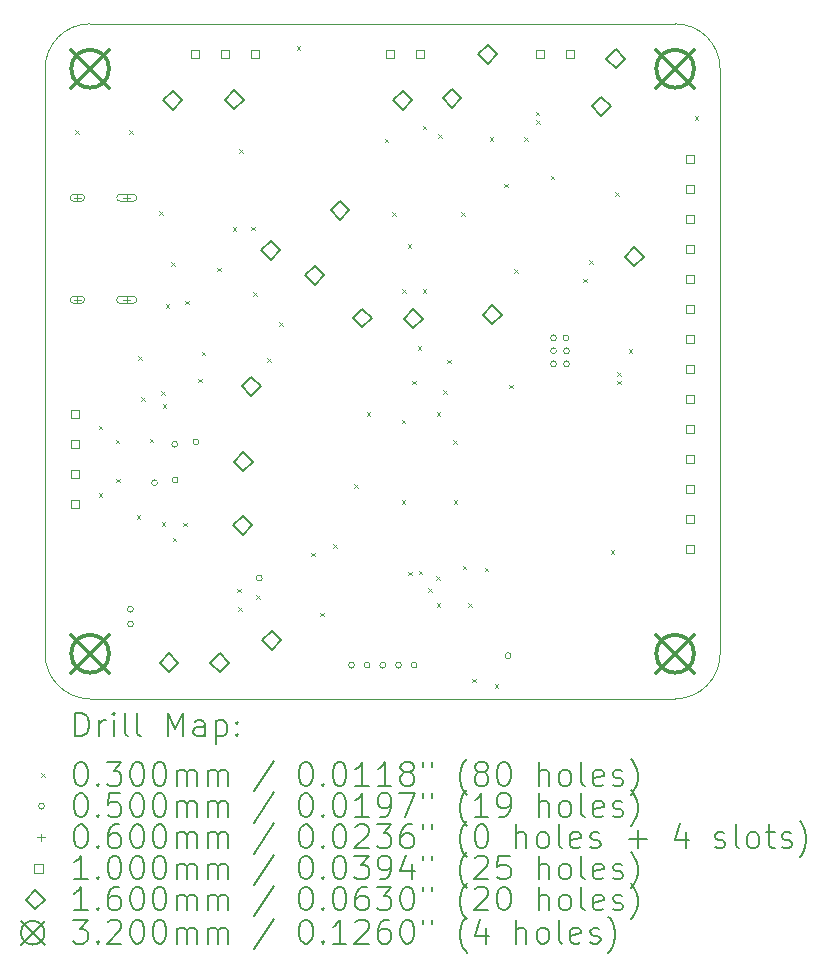
<source format=gbr>
%TF.GenerationSoftware,KiCad,Pcbnew,8.0.6*%
%TF.CreationDate,2025-01-17T02:24:15-08:00*%
%TF.ProjectId,Constellation Stack V2.0,436f6e73-7465-46c6-9c61-74696f6e2053,rev?*%
%TF.SameCoordinates,Original*%
%TF.FileFunction,Drillmap*%
%TF.FilePolarity,Positive*%
%FSLAX45Y45*%
G04 Gerber Fmt 4.5, Leading zero omitted, Abs format (unit mm)*
G04 Created by KiCad (PCBNEW 8.0.6) date 2025-01-17 02:24:15*
%MOMM*%
%LPD*%
G01*
G04 APERTURE LIST*
%ADD10C,0.100000*%
%ADD11C,0.200000*%
%ADD12C,0.160000*%
%ADD13C,0.320000*%
G04 APERTURE END LIST*
D10*
X2921000Y-8255000D02*
G75*
G02*
X2540000Y-7874000I0J381000D01*
G01*
X7874000Y-2540000D02*
G75*
G02*
X8255000Y-2921000I0J-381000D01*
G01*
X2540000Y-7874000D02*
X2540000Y-2921000D01*
X8255000Y-7874000D02*
G75*
G02*
X7874000Y-8255000I-381000J0D01*
G01*
X8255000Y-7874000D02*
X8255000Y-2921000D01*
X2921000Y-8255000D02*
X7874000Y-8255000D01*
X2540000Y-2921000D02*
G75*
G02*
X2921000Y-2540000I381000J0D01*
G01*
X2921000Y-2540000D02*
X7874000Y-2540000D01*
D11*
D10*
X2793000Y-3439400D02*
X2823000Y-3469400D01*
X2823000Y-3439400D02*
X2793000Y-3469400D01*
X2993000Y-5942000D02*
X3023000Y-5972000D01*
X3023000Y-5942000D02*
X2993000Y-5972000D01*
X2995000Y-6516000D02*
X3025000Y-6546000D01*
X3025000Y-6516000D02*
X2995000Y-6546000D01*
X3136436Y-6061555D02*
X3166436Y-6091555D01*
X3166436Y-6061555D02*
X3136436Y-6091555D01*
X3140374Y-6392177D02*
X3170374Y-6422177D01*
X3170374Y-6392177D02*
X3140374Y-6422177D01*
X3254000Y-3440400D02*
X3284000Y-3470400D01*
X3284000Y-3440400D02*
X3254000Y-3470400D01*
X3314000Y-6700000D02*
X3344000Y-6730000D01*
X3344000Y-6700000D02*
X3314000Y-6730000D01*
X3329000Y-5353000D02*
X3359000Y-5383000D01*
X3359000Y-5353000D02*
X3329000Y-5383000D01*
X3355000Y-5700000D02*
X3385000Y-5730000D01*
X3385000Y-5700000D02*
X3355000Y-5730000D01*
X3426256Y-6054022D02*
X3456256Y-6084022D01*
X3456256Y-6054022D02*
X3426256Y-6084022D01*
X3507375Y-4129250D02*
X3537375Y-4159250D01*
X3537375Y-4129250D02*
X3507375Y-4159250D01*
X3523000Y-5652000D02*
X3553000Y-5682000D01*
X3553000Y-5652000D02*
X3523000Y-5682000D01*
X3529000Y-6761000D02*
X3559000Y-6791000D01*
X3559000Y-6761000D02*
X3529000Y-6791000D01*
X3535000Y-5761000D02*
X3565000Y-5791000D01*
X3565000Y-5761000D02*
X3535000Y-5791000D01*
X3560375Y-4916250D02*
X3590375Y-4946250D01*
X3590375Y-4916250D02*
X3560375Y-4946250D01*
X3606375Y-4558250D02*
X3636375Y-4588250D01*
X3636375Y-4558250D02*
X3606375Y-4588250D01*
X3620000Y-6890000D02*
X3650000Y-6920000D01*
X3650000Y-6890000D02*
X3620000Y-6920000D01*
X3710000Y-6765000D02*
X3740000Y-6795000D01*
X3740000Y-6765000D02*
X3710000Y-6795000D01*
X3724375Y-4884250D02*
X3754375Y-4914250D01*
X3754375Y-4884250D02*
X3724375Y-4914250D01*
X3835000Y-5547000D02*
X3865000Y-5577000D01*
X3865000Y-5547000D02*
X3835000Y-5577000D01*
X3865000Y-5315000D02*
X3895000Y-5345000D01*
X3895000Y-5315000D02*
X3865000Y-5345000D01*
X3997750Y-4604000D02*
X4027750Y-4634000D01*
X4027750Y-4604000D02*
X3997750Y-4634000D01*
X4130000Y-4261000D02*
X4160000Y-4291000D01*
X4160000Y-4261000D02*
X4130000Y-4291000D01*
X4165000Y-7323000D02*
X4195000Y-7353000D01*
X4195000Y-7323000D02*
X4165000Y-7353000D01*
X4174000Y-7481000D02*
X4204000Y-7511000D01*
X4204000Y-7481000D02*
X4174000Y-7511000D01*
X4182500Y-3601000D02*
X4212500Y-3631000D01*
X4212500Y-3601000D02*
X4182500Y-3631000D01*
X4283500Y-4258000D02*
X4313500Y-4288000D01*
X4313500Y-4258000D02*
X4283500Y-4288000D01*
X4302000Y-4813159D02*
X4332000Y-4843159D01*
X4332000Y-4813159D02*
X4302000Y-4843159D01*
X4327000Y-7377000D02*
X4357000Y-7407000D01*
X4357000Y-7377000D02*
X4327000Y-7407000D01*
X4421000Y-5373000D02*
X4451000Y-5403000D01*
X4451000Y-5373000D02*
X4421000Y-5403000D01*
X4524000Y-5065000D02*
X4554000Y-5095000D01*
X4554000Y-5065000D02*
X4524000Y-5095000D01*
X4672000Y-2731000D02*
X4702000Y-2761000D01*
X4702000Y-2731000D02*
X4672000Y-2761000D01*
X4791000Y-7018000D02*
X4821000Y-7048000D01*
X4821000Y-7018000D02*
X4791000Y-7048000D01*
X4868000Y-7525000D02*
X4898000Y-7555000D01*
X4898000Y-7525000D02*
X4868000Y-7555000D01*
X4978000Y-6945000D02*
X5008000Y-6975000D01*
X5008000Y-6945000D02*
X4978000Y-6975000D01*
X5157000Y-6440000D02*
X5187000Y-6470000D01*
X5187000Y-6440000D02*
X5157000Y-6470000D01*
X5264750Y-5831000D02*
X5294750Y-5861000D01*
X5294750Y-5831000D02*
X5264750Y-5861000D01*
X5415000Y-3515000D02*
X5445000Y-3545000D01*
X5445000Y-3515000D02*
X5415000Y-3545000D01*
X5478500Y-4135500D02*
X5508500Y-4165500D01*
X5508500Y-4135500D02*
X5478500Y-4165500D01*
X5560500Y-5892000D02*
X5590500Y-5922000D01*
X5590500Y-5892000D02*
X5560500Y-5922000D01*
X5560500Y-6572000D02*
X5590500Y-6602000D01*
X5590500Y-6572000D02*
X5560500Y-6602000D01*
X5563500Y-4787500D02*
X5593500Y-4817500D01*
X5593500Y-4787500D02*
X5563500Y-4817500D01*
X5609000Y-4405000D02*
X5639000Y-4435000D01*
X5639000Y-4405000D02*
X5609000Y-4435000D01*
X5612389Y-7178364D02*
X5642389Y-7208364D01*
X5642389Y-7178364D02*
X5612389Y-7208364D01*
X5646747Y-5560503D02*
X5676747Y-5590503D01*
X5676747Y-5560503D02*
X5646747Y-5590503D01*
X5696250Y-5272000D02*
X5726250Y-5302000D01*
X5726250Y-5272000D02*
X5696250Y-5302000D01*
X5702000Y-7170000D02*
X5732000Y-7200000D01*
X5732000Y-7170000D02*
X5702000Y-7200000D01*
X5737000Y-4788000D02*
X5767000Y-4818000D01*
X5767000Y-4788000D02*
X5737000Y-4818000D01*
X5737500Y-3405000D02*
X5767500Y-3435000D01*
X5767500Y-3405000D02*
X5737500Y-3435000D01*
X5782500Y-7318364D02*
X5812500Y-7348364D01*
X5812500Y-7318364D02*
X5782500Y-7348364D01*
X5852500Y-7217000D02*
X5882500Y-7247000D01*
X5882500Y-7217000D02*
X5852500Y-7247000D01*
X5855000Y-7445000D02*
X5885000Y-7475000D01*
X5885000Y-7445000D02*
X5855000Y-7475000D01*
X5856500Y-5829000D02*
X5886500Y-5859000D01*
X5886500Y-5829000D02*
X5856500Y-5859000D01*
X5870000Y-3475000D02*
X5900000Y-3505000D01*
X5900000Y-3475000D02*
X5870000Y-3505000D01*
X5909250Y-5642000D02*
X5939250Y-5672000D01*
X5939250Y-5642000D02*
X5909250Y-5672000D01*
X5943500Y-5385000D02*
X5973500Y-5415000D01*
X5973500Y-5385000D02*
X5943500Y-5415000D01*
X5995500Y-6064000D02*
X6025500Y-6094000D01*
X6025500Y-6064000D02*
X5995500Y-6094000D01*
X6000500Y-6573000D02*
X6030500Y-6603000D01*
X6030500Y-6573000D02*
X6000500Y-6603000D01*
X6063000Y-4134250D02*
X6093000Y-4164250D01*
X6093000Y-4134250D02*
X6063000Y-4164250D01*
X6076000Y-7128000D02*
X6106000Y-7158000D01*
X6106000Y-7128000D02*
X6076000Y-7158000D01*
X6123000Y-7445000D02*
X6153000Y-7475000D01*
X6153000Y-7445000D02*
X6123000Y-7475000D01*
X6156000Y-8087000D02*
X6186000Y-8117000D01*
X6186000Y-8087000D02*
X6156000Y-8117000D01*
X6261000Y-7147000D02*
X6291000Y-7177000D01*
X6291000Y-7147000D02*
X6261000Y-7177000D01*
X6305000Y-3502000D02*
X6335000Y-3532000D01*
X6335000Y-3502000D02*
X6305000Y-3532000D01*
X6348000Y-8131000D02*
X6378000Y-8161000D01*
X6378000Y-8131000D02*
X6348000Y-8161000D01*
X6428603Y-3895000D02*
X6458603Y-3925000D01*
X6458603Y-3895000D02*
X6428603Y-3925000D01*
X6471000Y-5598000D02*
X6501000Y-5628000D01*
X6501000Y-5598000D02*
X6471000Y-5628000D01*
X6511000Y-4619000D02*
X6541000Y-4649000D01*
X6541000Y-4619000D02*
X6511000Y-4649000D01*
X6597000Y-3501000D02*
X6627000Y-3531000D01*
X6627000Y-3501000D02*
X6597000Y-3531000D01*
X6695000Y-3284000D02*
X6725000Y-3314000D01*
X6725000Y-3284000D02*
X6695000Y-3314000D01*
X6696000Y-3356000D02*
X6726000Y-3386000D01*
X6726000Y-3356000D02*
X6696000Y-3386000D01*
X6821000Y-3826000D02*
X6851000Y-3856000D01*
X6851000Y-3826000D02*
X6821000Y-3856000D01*
X7096000Y-4697000D02*
X7126000Y-4727000D01*
X7126000Y-4697000D02*
X7096000Y-4727000D01*
X7148000Y-4541000D02*
X7178000Y-4571000D01*
X7178000Y-4541000D02*
X7148000Y-4571000D01*
X7330000Y-6997000D02*
X7360000Y-7027000D01*
X7360000Y-6997000D02*
X7330000Y-7027000D01*
X7365000Y-3966000D02*
X7395000Y-3996000D01*
X7395000Y-3966000D02*
X7365000Y-3996000D01*
X7385000Y-5563000D02*
X7415000Y-5593000D01*
X7415000Y-5563000D02*
X7385000Y-5593000D01*
X7386000Y-5490000D02*
X7416000Y-5520000D01*
X7416000Y-5490000D02*
X7386000Y-5520000D01*
X7480000Y-5297000D02*
X7510000Y-5327000D01*
X7510000Y-5297000D02*
X7480000Y-5327000D01*
X8041750Y-3324136D02*
X8071750Y-3354136D01*
X8071750Y-3324136D02*
X8041750Y-3354136D01*
X3287000Y-7497000D02*
G75*
G02*
X3237000Y-7497000I-25000J0D01*
G01*
X3237000Y-7497000D02*
G75*
G02*
X3287000Y-7497000I25000J0D01*
G01*
X3287000Y-7622000D02*
G75*
G02*
X3237000Y-7622000I-25000J0D01*
G01*
X3237000Y-7622000D02*
G75*
G02*
X3287000Y-7622000I25000J0D01*
G01*
X3491250Y-6424752D02*
G75*
G02*
X3441250Y-6424752I-25000J0D01*
G01*
X3441250Y-6424752D02*
G75*
G02*
X3491250Y-6424752I25000J0D01*
G01*
X3662589Y-6100500D02*
G75*
G02*
X3612589Y-6100500I-25000J0D01*
G01*
X3612589Y-6100500D02*
G75*
G02*
X3662589Y-6100500I25000J0D01*
G01*
X3666250Y-6403000D02*
G75*
G02*
X3616250Y-6403000I-25000J0D01*
G01*
X3616250Y-6403000D02*
G75*
G02*
X3666250Y-6403000I25000J0D01*
G01*
X3841000Y-6080000D02*
G75*
G02*
X3791000Y-6080000I-25000J0D01*
G01*
X3791000Y-6080000D02*
G75*
G02*
X3841000Y-6080000I25000J0D01*
G01*
X4378000Y-7233000D02*
G75*
G02*
X4328000Y-7233000I-25000J0D01*
G01*
X4328000Y-7233000D02*
G75*
G02*
X4378000Y-7233000I25000J0D01*
G01*
X5159058Y-7970547D02*
G75*
G02*
X5109058Y-7970547I-25000J0D01*
G01*
X5109058Y-7970547D02*
G75*
G02*
X5159058Y-7970547I25000J0D01*
G01*
X5291558Y-7970547D02*
G75*
G02*
X5241558Y-7970547I-25000J0D01*
G01*
X5241558Y-7970547D02*
G75*
G02*
X5291558Y-7970547I25000J0D01*
G01*
X5424058Y-7970547D02*
G75*
G02*
X5374058Y-7970547I-25000J0D01*
G01*
X5374058Y-7970547D02*
G75*
G02*
X5424058Y-7970547I25000J0D01*
G01*
X5556558Y-7970547D02*
G75*
G02*
X5506558Y-7970547I-25000J0D01*
G01*
X5506558Y-7970547D02*
G75*
G02*
X5556558Y-7970547I25000J0D01*
G01*
X5689058Y-7970547D02*
G75*
G02*
X5639058Y-7970547I-25000J0D01*
G01*
X5639058Y-7970547D02*
G75*
G02*
X5689058Y-7970547I25000J0D01*
G01*
X6485000Y-7890000D02*
G75*
G02*
X6435000Y-7890000I-25000J0D01*
G01*
X6435000Y-7890000D02*
G75*
G02*
X6485000Y-7890000I25000J0D01*
G01*
X6870000Y-5199000D02*
G75*
G02*
X6820000Y-5199000I-25000J0D01*
G01*
X6820000Y-5199000D02*
G75*
G02*
X6870000Y-5199000I25000J0D01*
G01*
X6870000Y-5308000D02*
G75*
G02*
X6820000Y-5308000I-25000J0D01*
G01*
X6820000Y-5308000D02*
G75*
G02*
X6870000Y-5308000I25000J0D01*
G01*
X6870000Y-5419000D02*
G75*
G02*
X6820000Y-5419000I-25000J0D01*
G01*
X6820000Y-5419000D02*
G75*
G02*
X6870000Y-5419000I25000J0D01*
G01*
X6975000Y-5199000D02*
G75*
G02*
X6925000Y-5199000I-25000J0D01*
G01*
X6925000Y-5199000D02*
G75*
G02*
X6975000Y-5199000I25000J0D01*
G01*
X6980000Y-5309000D02*
G75*
G02*
X6930000Y-5309000I-25000J0D01*
G01*
X6930000Y-5309000D02*
G75*
G02*
X6980000Y-5309000I25000J0D01*
G01*
X6980000Y-5419000D02*
G75*
G02*
X6930000Y-5419000I-25000J0D01*
G01*
X6930000Y-5419000D02*
G75*
G02*
X6980000Y-5419000I25000J0D01*
G01*
X2813500Y-3983000D02*
X2813500Y-4043000D01*
X2783500Y-4013000D02*
X2843500Y-4013000D01*
X2843500Y-3983000D02*
X2783500Y-3983000D01*
X2783500Y-4043000D02*
G75*
G02*
X2783500Y-3983000I0J30000D01*
G01*
X2783500Y-4043000D02*
X2843500Y-4043000D01*
X2843500Y-4043000D02*
G75*
G03*
X2843500Y-3983000I0J30000D01*
G01*
X2813500Y-4847000D02*
X2813500Y-4907000D01*
X2783500Y-4877000D02*
X2843500Y-4877000D01*
X2843500Y-4847000D02*
X2783500Y-4847000D01*
X2783500Y-4907000D02*
G75*
G02*
X2783500Y-4847000I0J30000D01*
G01*
X2783500Y-4907000D02*
X2843500Y-4907000D01*
X2843500Y-4907000D02*
G75*
G03*
X2843500Y-4847000I0J30000D01*
G01*
X3231500Y-3983000D02*
X3231500Y-4043000D01*
X3201500Y-4013000D02*
X3261500Y-4013000D01*
X3286500Y-3983000D02*
X3176500Y-3983000D01*
X3176500Y-4043000D02*
G75*
G02*
X3176500Y-3983000I0J30000D01*
G01*
X3176500Y-4043000D02*
X3286500Y-4043000D01*
X3286500Y-4043000D02*
G75*
G03*
X3286500Y-3983000I0J30000D01*
G01*
X3231500Y-4847000D02*
X3231500Y-4907000D01*
X3201500Y-4877000D02*
X3261500Y-4877000D01*
X3286500Y-4847000D02*
X3176500Y-4847000D01*
X3176500Y-4907000D02*
G75*
G02*
X3176500Y-4847000I0J30000D01*
G01*
X3176500Y-4907000D02*
X3286500Y-4907000D01*
X3286500Y-4907000D02*
G75*
G03*
X3286500Y-4847000I0J30000D01*
G01*
X2829356Y-5877356D02*
X2829356Y-5806644D01*
X2758644Y-5806644D01*
X2758644Y-5877356D01*
X2829356Y-5877356D01*
X2829356Y-6131356D02*
X2829356Y-6060644D01*
X2758644Y-6060644D01*
X2758644Y-6131356D01*
X2829356Y-6131356D01*
X2829356Y-6385356D02*
X2829356Y-6314644D01*
X2758644Y-6314644D01*
X2758644Y-6385356D01*
X2829356Y-6385356D01*
X2829356Y-6639356D02*
X2829356Y-6568644D01*
X2758644Y-6568644D01*
X2758644Y-6639356D01*
X2829356Y-6639356D01*
X3845356Y-2829356D02*
X3845356Y-2758644D01*
X3774644Y-2758644D01*
X3774644Y-2829356D01*
X3845356Y-2829356D01*
X4099356Y-2829356D02*
X4099356Y-2758644D01*
X4028644Y-2758644D01*
X4028644Y-2829356D01*
X4099356Y-2829356D01*
X4353356Y-2829356D02*
X4353356Y-2758644D01*
X4282644Y-2758644D01*
X4282644Y-2829356D01*
X4353356Y-2829356D01*
X5496356Y-2829356D02*
X5496356Y-2758644D01*
X5425644Y-2758644D01*
X5425644Y-2829356D01*
X5496356Y-2829356D01*
X5750356Y-2829356D02*
X5750356Y-2758644D01*
X5679644Y-2758644D01*
X5679644Y-2829356D01*
X5750356Y-2829356D01*
X6766356Y-2829356D02*
X6766356Y-2758644D01*
X6695644Y-2758644D01*
X6695644Y-2829356D01*
X6766356Y-2829356D01*
X7020356Y-2829356D02*
X7020356Y-2758644D01*
X6949644Y-2758644D01*
X6949644Y-2829356D01*
X7020356Y-2829356D01*
X8036356Y-3718356D02*
X8036356Y-3647644D01*
X7965644Y-3647644D01*
X7965644Y-3718356D01*
X8036356Y-3718356D01*
X8036356Y-3972356D02*
X8036356Y-3901644D01*
X7965644Y-3901644D01*
X7965644Y-3972356D01*
X8036356Y-3972356D01*
X8036356Y-4226356D02*
X8036356Y-4155644D01*
X7965644Y-4155644D01*
X7965644Y-4226356D01*
X8036356Y-4226356D01*
X8036356Y-4480356D02*
X8036356Y-4409644D01*
X7965644Y-4409644D01*
X7965644Y-4480356D01*
X8036356Y-4480356D01*
X8036356Y-4734356D02*
X8036356Y-4663644D01*
X7965644Y-4663644D01*
X7965644Y-4734356D01*
X8036356Y-4734356D01*
X8036356Y-4988356D02*
X8036356Y-4917644D01*
X7965644Y-4917644D01*
X7965644Y-4988356D01*
X8036356Y-4988356D01*
X8036356Y-5242356D02*
X8036356Y-5171644D01*
X7965644Y-5171644D01*
X7965644Y-5242356D01*
X8036356Y-5242356D01*
X8036356Y-5496356D02*
X8036356Y-5425644D01*
X7965644Y-5425644D01*
X7965644Y-5496356D01*
X8036356Y-5496356D01*
X8036356Y-5750356D02*
X8036356Y-5679644D01*
X7965644Y-5679644D01*
X7965644Y-5750356D01*
X8036356Y-5750356D01*
X8036356Y-6004356D02*
X8036356Y-5933644D01*
X7965644Y-5933644D01*
X7965644Y-6004356D01*
X8036356Y-6004356D01*
X8036356Y-6258356D02*
X8036356Y-6187644D01*
X7965644Y-6187644D01*
X7965644Y-6258356D01*
X8036356Y-6258356D01*
X8036356Y-6512356D02*
X8036356Y-6441644D01*
X7965644Y-6441644D01*
X7965644Y-6512356D01*
X8036356Y-6512356D01*
X8036356Y-6766356D02*
X8036356Y-6695644D01*
X7965644Y-6695644D01*
X7965644Y-6766356D01*
X8036356Y-6766356D01*
X8036356Y-7020356D02*
X8036356Y-6949644D01*
X7965644Y-6949644D01*
X7965644Y-7020356D01*
X8036356Y-7020356D01*
D12*
X3589000Y-8029000D02*
X3669000Y-7949000D01*
X3589000Y-7869000D01*
X3509000Y-7949000D01*
X3589000Y-8029000D01*
X3620000Y-3267000D02*
X3700000Y-3187000D01*
X3620000Y-3107000D01*
X3540000Y-3187000D01*
X3620000Y-3267000D01*
X4017500Y-8029000D02*
X4097500Y-7949000D01*
X4017500Y-7869000D01*
X3937500Y-7949000D01*
X4017500Y-8029000D01*
X4141000Y-3265000D02*
X4221000Y-3185000D01*
X4141000Y-3105000D01*
X4061000Y-3185000D01*
X4141000Y-3265000D01*
X4214000Y-6865000D02*
X4294000Y-6785000D01*
X4214000Y-6705000D01*
X4134000Y-6785000D01*
X4214000Y-6865000D01*
X4218000Y-6327000D02*
X4298000Y-6247000D01*
X4218000Y-6167000D01*
X4138000Y-6247000D01*
X4218000Y-6327000D01*
X4287000Y-5688000D02*
X4367000Y-5608000D01*
X4287000Y-5528000D01*
X4207000Y-5608000D01*
X4287000Y-5688000D01*
X4451000Y-4539000D02*
X4531000Y-4459000D01*
X4451000Y-4379000D01*
X4371000Y-4459000D01*
X4451000Y-4539000D01*
X4460000Y-7841000D02*
X4540000Y-7761000D01*
X4460000Y-7681000D01*
X4380000Y-7761000D01*
X4460000Y-7841000D01*
X4822000Y-4751000D02*
X4902000Y-4671000D01*
X4822000Y-4591000D01*
X4742000Y-4671000D01*
X4822000Y-4751000D01*
X5037000Y-4199000D02*
X5117000Y-4119000D01*
X5037000Y-4039000D01*
X4957000Y-4119000D01*
X5037000Y-4199000D01*
X5224000Y-5111000D02*
X5304000Y-5031000D01*
X5224000Y-4951000D01*
X5144000Y-5031000D01*
X5224000Y-5111000D01*
X5569000Y-3268000D02*
X5649000Y-3188000D01*
X5569000Y-3108000D01*
X5489000Y-3188000D01*
X5569000Y-3268000D01*
X5658000Y-5118000D02*
X5738000Y-5038000D01*
X5658000Y-4958000D01*
X5578000Y-5038000D01*
X5658000Y-5118000D01*
X5985000Y-3251000D02*
X6065000Y-3171000D01*
X5985000Y-3091000D01*
X5905000Y-3171000D01*
X5985000Y-3251000D01*
X6286000Y-2878000D02*
X6366000Y-2798000D01*
X6286000Y-2718000D01*
X6206000Y-2798000D01*
X6286000Y-2878000D01*
X6324600Y-5083800D02*
X6404600Y-5003800D01*
X6324600Y-4923800D01*
X6244600Y-5003800D01*
X6324600Y-5083800D01*
X7250000Y-3317500D02*
X7330000Y-3237500D01*
X7250000Y-3157500D01*
X7170000Y-3237500D01*
X7250000Y-3317500D01*
X7372500Y-2915000D02*
X7452500Y-2835000D01*
X7372500Y-2755000D01*
X7292500Y-2835000D01*
X7372500Y-2915000D01*
X7528000Y-4591000D02*
X7608000Y-4511000D01*
X7528000Y-4431000D01*
X7448000Y-4511000D01*
X7528000Y-4591000D01*
D13*
X2761000Y-2761000D02*
X3081000Y-3081000D01*
X3081000Y-2761000D02*
X2761000Y-3081000D01*
X3081000Y-2921000D02*
G75*
G02*
X2761000Y-2921000I-160000J0D01*
G01*
X2761000Y-2921000D02*
G75*
G02*
X3081000Y-2921000I160000J0D01*
G01*
X2761000Y-7714000D02*
X3081000Y-8034000D01*
X3081000Y-7714000D02*
X2761000Y-8034000D01*
X3081000Y-7874000D02*
G75*
G02*
X2761000Y-7874000I-160000J0D01*
G01*
X2761000Y-7874000D02*
G75*
G02*
X3081000Y-7874000I160000J0D01*
G01*
X7714000Y-2761000D02*
X8034000Y-3081000D01*
X8034000Y-2761000D02*
X7714000Y-3081000D01*
X8034000Y-2921000D02*
G75*
G02*
X7714000Y-2921000I-160000J0D01*
G01*
X7714000Y-2921000D02*
G75*
G02*
X8034000Y-2921000I160000J0D01*
G01*
X7714000Y-7714000D02*
X8034000Y-8034000D01*
X8034000Y-7714000D02*
X7714000Y-8034000D01*
X8034000Y-7874000D02*
G75*
G02*
X7714000Y-7874000I-160000J0D01*
G01*
X7714000Y-7874000D02*
G75*
G02*
X8034000Y-7874000I160000J0D01*
G01*
D11*
X2795777Y-8571484D02*
X2795777Y-8371484D01*
X2795777Y-8371484D02*
X2843396Y-8371484D01*
X2843396Y-8371484D02*
X2871967Y-8381008D01*
X2871967Y-8381008D02*
X2891015Y-8400055D01*
X2891015Y-8400055D02*
X2900539Y-8419103D01*
X2900539Y-8419103D02*
X2910062Y-8457198D01*
X2910062Y-8457198D02*
X2910062Y-8485770D01*
X2910062Y-8485770D02*
X2900539Y-8523865D01*
X2900539Y-8523865D02*
X2891015Y-8542912D01*
X2891015Y-8542912D02*
X2871967Y-8561960D01*
X2871967Y-8561960D02*
X2843396Y-8571484D01*
X2843396Y-8571484D02*
X2795777Y-8571484D01*
X2995777Y-8571484D02*
X2995777Y-8438150D01*
X2995777Y-8476246D02*
X3005301Y-8457198D01*
X3005301Y-8457198D02*
X3014824Y-8447674D01*
X3014824Y-8447674D02*
X3033872Y-8438150D01*
X3033872Y-8438150D02*
X3052920Y-8438150D01*
X3119586Y-8571484D02*
X3119586Y-8438150D01*
X3119586Y-8371484D02*
X3110062Y-8381008D01*
X3110062Y-8381008D02*
X3119586Y-8390531D01*
X3119586Y-8390531D02*
X3129110Y-8381008D01*
X3129110Y-8381008D02*
X3119586Y-8371484D01*
X3119586Y-8371484D02*
X3119586Y-8390531D01*
X3243396Y-8571484D02*
X3224348Y-8561960D01*
X3224348Y-8561960D02*
X3214824Y-8542912D01*
X3214824Y-8542912D02*
X3214824Y-8371484D01*
X3348158Y-8571484D02*
X3329110Y-8561960D01*
X3329110Y-8561960D02*
X3319586Y-8542912D01*
X3319586Y-8542912D02*
X3319586Y-8371484D01*
X3576729Y-8571484D02*
X3576729Y-8371484D01*
X3576729Y-8371484D02*
X3643396Y-8514341D01*
X3643396Y-8514341D02*
X3710062Y-8371484D01*
X3710062Y-8371484D02*
X3710062Y-8571484D01*
X3891015Y-8571484D02*
X3891015Y-8466722D01*
X3891015Y-8466722D02*
X3881491Y-8447674D01*
X3881491Y-8447674D02*
X3862443Y-8438150D01*
X3862443Y-8438150D02*
X3824348Y-8438150D01*
X3824348Y-8438150D02*
X3805301Y-8447674D01*
X3891015Y-8561960D02*
X3871967Y-8571484D01*
X3871967Y-8571484D02*
X3824348Y-8571484D01*
X3824348Y-8571484D02*
X3805301Y-8561960D01*
X3805301Y-8561960D02*
X3795777Y-8542912D01*
X3795777Y-8542912D02*
X3795777Y-8523865D01*
X3795777Y-8523865D02*
X3805301Y-8504817D01*
X3805301Y-8504817D02*
X3824348Y-8495293D01*
X3824348Y-8495293D02*
X3871967Y-8495293D01*
X3871967Y-8495293D02*
X3891015Y-8485770D01*
X3986253Y-8438150D02*
X3986253Y-8638150D01*
X3986253Y-8447674D02*
X4005301Y-8438150D01*
X4005301Y-8438150D02*
X4043396Y-8438150D01*
X4043396Y-8438150D02*
X4062443Y-8447674D01*
X4062443Y-8447674D02*
X4071967Y-8457198D01*
X4071967Y-8457198D02*
X4081491Y-8476246D01*
X4081491Y-8476246D02*
X4081491Y-8533389D01*
X4081491Y-8533389D02*
X4071967Y-8552436D01*
X4071967Y-8552436D02*
X4062443Y-8561960D01*
X4062443Y-8561960D02*
X4043396Y-8571484D01*
X4043396Y-8571484D02*
X4005301Y-8571484D01*
X4005301Y-8571484D02*
X3986253Y-8561960D01*
X4167205Y-8552436D02*
X4176729Y-8561960D01*
X4176729Y-8561960D02*
X4167205Y-8571484D01*
X4167205Y-8571484D02*
X4157682Y-8561960D01*
X4157682Y-8561960D02*
X4167205Y-8552436D01*
X4167205Y-8552436D02*
X4167205Y-8571484D01*
X4167205Y-8447674D02*
X4176729Y-8457198D01*
X4176729Y-8457198D02*
X4167205Y-8466722D01*
X4167205Y-8466722D02*
X4157682Y-8457198D01*
X4157682Y-8457198D02*
X4167205Y-8447674D01*
X4167205Y-8447674D02*
X4167205Y-8466722D01*
D10*
X2505000Y-8885000D02*
X2535000Y-8915000D01*
X2535000Y-8885000D02*
X2505000Y-8915000D01*
D11*
X2833872Y-8791484D02*
X2852920Y-8791484D01*
X2852920Y-8791484D02*
X2871967Y-8801008D01*
X2871967Y-8801008D02*
X2881491Y-8810531D01*
X2881491Y-8810531D02*
X2891015Y-8829579D01*
X2891015Y-8829579D02*
X2900539Y-8867674D01*
X2900539Y-8867674D02*
X2900539Y-8915293D01*
X2900539Y-8915293D02*
X2891015Y-8953389D01*
X2891015Y-8953389D02*
X2881491Y-8972436D01*
X2881491Y-8972436D02*
X2871967Y-8981960D01*
X2871967Y-8981960D02*
X2852920Y-8991484D01*
X2852920Y-8991484D02*
X2833872Y-8991484D01*
X2833872Y-8991484D02*
X2814824Y-8981960D01*
X2814824Y-8981960D02*
X2805301Y-8972436D01*
X2805301Y-8972436D02*
X2795777Y-8953389D01*
X2795777Y-8953389D02*
X2786253Y-8915293D01*
X2786253Y-8915293D02*
X2786253Y-8867674D01*
X2786253Y-8867674D02*
X2795777Y-8829579D01*
X2795777Y-8829579D02*
X2805301Y-8810531D01*
X2805301Y-8810531D02*
X2814824Y-8801008D01*
X2814824Y-8801008D02*
X2833872Y-8791484D01*
X2986253Y-8972436D02*
X2995777Y-8981960D01*
X2995777Y-8981960D02*
X2986253Y-8991484D01*
X2986253Y-8991484D02*
X2976729Y-8981960D01*
X2976729Y-8981960D02*
X2986253Y-8972436D01*
X2986253Y-8972436D02*
X2986253Y-8991484D01*
X3062443Y-8791484D02*
X3186253Y-8791484D01*
X3186253Y-8791484D02*
X3119586Y-8867674D01*
X3119586Y-8867674D02*
X3148158Y-8867674D01*
X3148158Y-8867674D02*
X3167205Y-8877198D01*
X3167205Y-8877198D02*
X3176729Y-8886722D01*
X3176729Y-8886722D02*
X3186253Y-8905770D01*
X3186253Y-8905770D02*
X3186253Y-8953389D01*
X3186253Y-8953389D02*
X3176729Y-8972436D01*
X3176729Y-8972436D02*
X3167205Y-8981960D01*
X3167205Y-8981960D02*
X3148158Y-8991484D01*
X3148158Y-8991484D02*
X3091015Y-8991484D01*
X3091015Y-8991484D02*
X3071967Y-8981960D01*
X3071967Y-8981960D02*
X3062443Y-8972436D01*
X3310062Y-8791484D02*
X3329110Y-8791484D01*
X3329110Y-8791484D02*
X3348158Y-8801008D01*
X3348158Y-8801008D02*
X3357682Y-8810531D01*
X3357682Y-8810531D02*
X3367205Y-8829579D01*
X3367205Y-8829579D02*
X3376729Y-8867674D01*
X3376729Y-8867674D02*
X3376729Y-8915293D01*
X3376729Y-8915293D02*
X3367205Y-8953389D01*
X3367205Y-8953389D02*
X3357682Y-8972436D01*
X3357682Y-8972436D02*
X3348158Y-8981960D01*
X3348158Y-8981960D02*
X3329110Y-8991484D01*
X3329110Y-8991484D02*
X3310062Y-8991484D01*
X3310062Y-8991484D02*
X3291015Y-8981960D01*
X3291015Y-8981960D02*
X3281491Y-8972436D01*
X3281491Y-8972436D02*
X3271967Y-8953389D01*
X3271967Y-8953389D02*
X3262443Y-8915293D01*
X3262443Y-8915293D02*
X3262443Y-8867674D01*
X3262443Y-8867674D02*
X3271967Y-8829579D01*
X3271967Y-8829579D02*
X3281491Y-8810531D01*
X3281491Y-8810531D02*
X3291015Y-8801008D01*
X3291015Y-8801008D02*
X3310062Y-8791484D01*
X3500539Y-8791484D02*
X3519586Y-8791484D01*
X3519586Y-8791484D02*
X3538634Y-8801008D01*
X3538634Y-8801008D02*
X3548158Y-8810531D01*
X3548158Y-8810531D02*
X3557682Y-8829579D01*
X3557682Y-8829579D02*
X3567205Y-8867674D01*
X3567205Y-8867674D02*
X3567205Y-8915293D01*
X3567205Y-8915293D02*
X3557682Y-8953389D01*
X3557682Y-8953389D02*
X3548158Y-8972436D01*
X3548158Y-8972436D02*
X3538634Y-8981960D01*
X3538634Y-8981960D02*
X3519586Y-8991484D01*
X3519586Y-8991484D02*
X3500539Y-8991484D01*
X3500539Y-8991484D02*
X3481491Y-8981960D01*
X3481491Y-8981960D02*
X3471967Y-8972436D01*
X3471967Y-8972436D02*
X3462443Y-8953389D01*
X3462443Y-8953389D02*
X3452920Y-8915293D01*
X3452920Y-8915293D02*
X3452920Y-8867674D01*
X3452920Y-8867674D02*
X3462443Y-8829579D01*
X3462443Y-8829579D02*
X3471967Y-8810531D01*
X3471967Y-8810531D02*
X3481491Y-8801008D01*
X3481491Y-8801008D02*
X3500539Y-8791484D01*
X3652920Y-8991484D02*
X3652920Y-8858150D01*
X3652920Y-8877198D02*
X3662443Y-8867674D01*
X3662443Y-8867674D02*
X3681491Y-8858150D01*
X3681491Y-8858150D02*
X3710063Y-8858150D01*
X3710063Y-8858150D02*
X3729110Y-8867674D01*
X3729110Y-8867674D02*
X3738634Y-8886722D01*
X3738634Y-8886722D02*
X3738634Y-8991484D01*
X3738634Y-8886722D02*
X3748158Y-8867674D01*
X3748158Y-8867674D02*
X3767205Y-8858150D01*
X3767205Y-8858150D02*
X3795777Y-8858150D01*
X3795777Y-8858150D02*
X3814824Y-8867674D01*
X3814824Y-8867674D02*
X3824348Y-8886722D01*
X3824348Y-8886722D02*
X3824348Y-8991484D01*
X3919586Y-8991484D02*
X3919586Y-8858150D01*
X3919586Y-8877198D02*
X3929110Y-8867674D01*
X3929110Y-8867674D02*
X3948158Y-8858150D01*
X3948158Y-8858150D02*
X3976729Y-8858150D01*
X3976729Y-8858150D02*
X3995777Y-8867674D01*
X3995777Y-8867674D02*
X4005301Y-8886722D01*
X4005301Y-8886722D02*
X4005301Y-8991484D01*
X4005301Y-8886722D02*
X4014824Y-8867674D01*
X4014824Y-8867674D02*
X4033872Y-8858150D01*
X4033872Y-8858150D02*
X4062443Y-8858150D01*
X4062443Y-8858150D02*
X4081491Y-8867674D01*
X4081491Y-8867674D02*
X4091015Y-8886722D01*
X4091015Y-8886722D02*
X4091015Y-8991484D01*
X4481491Y-8781960D02*
X4310063Y-9039103D01*
X4738634Y-8791484D02*
X4757682Y-8791484D01*
X4757682Y-8791484D02*
X4776729Y-8801008D01*
X4776729Y-8801008D02*
X4786253Y-8810531D01*
X4786253Y-8810531D02*
X4795777Y-8829579D01*
X4795777Y-8829579D02*
X4805301Y-8867674D01*
X4805301Y-8867674D02*
X4805301Y-8915293D01*
X4805301Y-8915293D02*
X4795777Y-8953389D01*
X4795777Y-8953389D02*
X4786253Y-8972436D01*
X4786253Y-8972436D02*
X4776729Y-8981960D01*
X4776729Y-8981960D02*
X4757682Y-8991484D01*
X4757682Y-8991484D02*
X4738634Y-8991484D01*
X4738634Y-8991484D02*
X4719587Y-8981960D01*
X4719587Y-8981960D02*
X4710063Y-8972436D01*
X4710063Y-8972436D02*
X4700539Y-8953389D01*
X4700539Y-8953389D02*
X4691015Y-8915293D01*
X4691015Y-8915293D02*
X4691015Y-8867674D01*
X4691015Y-8867674D02*
X4700539Y-8829579D01*
X4700539Y-8829579D02*
X4710063Y-8810531D01*
X4710063Y-8810531D02*
X4719587Y-8801008D01*
X4719587Y-8801008D02*
X4738634Y-8791484D01*
X4891015Y-8972436D02*
X4900539Y-8981960D01*
X4900539Y-8981960D02*
X4891015Y-8991484D01*
X4891015Y-8991484D02*
X4881491Y-8981960D01*
X4881491Y-8981960D02*
X4891015Y-8972436D01*
X4891015Y-8972436D02*
X4891015Y-8991484D01*
X5024348Y-8791484D02*
X5043396Y-8791484D01*
X5043396Y-8791484D02*
X5062444Y-8801008D01*
X5062444Y-8801008D02*
X5071968Y-8810531D01*
X5071968Y-8810531D02*
X5081491Y-8829579D01*
X5081491Y-8829579D02*
X5091015Y-8867674D01*
X5091015Y-8867674D02*
X5091015Y-8915293D01*
X5091015Y-8915293D02*
X5081491Y-8953389D01*
X5081491Y-8953389D02*
X5071968Y-8972436D01*
X5071968Y-8972436D02*
X5062444Y-8981960D01*
X5062444Y-8981960D02*
X5043396Y-8991484D01*
X5043396Y-8991484D02*
X5024348Y-8991484D01*
X5024348Y-8991484D02*
X5005301Y-8981960D01*
X5005301Y-8981960D02*
X4995777Y-8972436D01*
X4995777Y-8972436D02*
X4986253Y-8953389D01*
X4986253Y-8953389D02*
X4976729Y-8915293D01*
X4976729Y-8915293D02*
X4976729Y-8867674D01*
X4976729Y-8867674D02*
X4986253Y-8829579D01*
X4986253Y-8829579D02*
X4995777Y-8810531D01*
X4995777Y-8810531D02*
X5005301Y-8801008D01*
X5005301Y-8801008D02*
X5024348Y-8791484D01*
X5281491Y-8991484D02*
X5167206Y-8991484D01*
X5224348Y-8991484D02*
X5224348Y-8791484D01*
X5224348Y-8791484D02*
X5205301Y-8820055D01*
X5205301Y-8820055D02*
X5186253Y-8839103D01*
X5186253Y-8839103D02*
X5167206Y-8848627D01*
X5471968Y-8991484D02*
X5357682Y-8991484D01*
X5414825Y-8991484D02*
X5414825Y-8791484D01*
X5414825Y-8791484D02*
X5395777Y-8820055D01*
X5395777Y-8820055D02*
X5376729Y-8839103D01*
X5376729Y-8839103D02*
X5357682Y-8848627D01*
X5586253Y-8877198D02*
X5567206Y-8867674D01*
X5567206Y-8867674D02*
X5557682Y-8858150D01*
X5557682Y-8858150D02*
X5548158Y-8839103D01*
X5548158Y-8839103D02*
X5548158Y-8829579D01*
X5548158Y-8829579D02*
X5557682Y-8810531D01*
X5557682Y-8810531D02*
X5567206Y-8801008D01*
X5567206Y-8801008D02*
X5586253Y-8791484D01*
X5586253Y-8791484D02*
X5624348Y-8791484D01*
X5624348Y-8791484D02*
X5643396Y-8801008D01*
X5643396Y-8801008D02*
X5652920Y-8810531D01*
X5652920Y-8810531D02*
X5662444Y-8829579D01*
X5662444Y-8829579D02*
X5662444Y-8839103D01*
X5662444Y-8839103D02*
X5652920Y-8858150D01*
X5652920Y-8858150D02*
X5643396Y-8867674D01*
X5643396Y-8867674D02*
X5624348Y-8877198D01*
X5624348Y-8877198D02*
X5586253Y-8877198D01*
X5586253Y-8877198D02*
X5567206Y-8886722D01*
X5567206Y-8886722D02*
X5557682Y-8896246D01*
X5557682Y-8896246D02*
X5548158Y-8915293D01*
X5548158Y-8915293D02*
X5548158Y-8953389D01*
X5548158Y-8953389D02*
X5557682Y-8972436D01*
X5557682Y-8972436D02*
X5567206Y-8981960D01*
X5567206Y-8981960D02*
X5586253Y-8991484D01*
X5586253Y-8991484D02*
X5624348Y-8991484D01*
X5624348Y-8991484D02*
X5643396Y-8981960D01*
X5643396Y-8981960D02*
X5652920Y-8972436D01*
X5652920Y-8972436D02*
X5662444Y-8953389D01*
X5662444Y-8953389D02*
X5662444Y-8915293D01*
X5662444Y-8915293D02*
X5652920Y-8896246D01*
X5652920Y-8896246D02*
X5643396Y-8886722D01*
X5643396Y-8886722D02*
X5624348Y-8877198D01*
X5738634Y-8791484D02*
X5738634Y-8829579D01*
X5814825Y-8791484D02*
X5814825Y-8829579D01*
X6110063Y-9067674D02*
X6100539Y-9058150D01*
X6100539Y-9058150D02*
X6081491Y-9029579D01*
X6081491Y-9029579D02*
X6071968Y-9010531D01*
X6071968Y-9010531D02*
X6062444Y-8981960D01*
X6062444Y-8981960D02*
X6052920Y-8934341D01*
X6052920Y-8934341D02*
X6052920Y-8896246D01*
X6052920Y-8896246D02*
X6062444Y-8848627D01*
X6062444Y-8848627D02*
X6071968Y-8820055D01*
X6071968Y-8820055D02*
X6081491Y-8801008D01*
X6081491Y-8801008D02*
X6100539Y-8772436D01*
X6100539Y-8772436D02*
X6110063Y-8762912D01*
X6214825Y-8877198D02*
X6195777Y-8867674D01*
X6195777Y-8867674D02*
X6186253Y-8858150D01*
X6186253Y-8858150D02*
X6176729Y-8839103D01*
X6176729Y-8839103D02*
X6176729Y-8829579D01*
X6176729Y-8829579D02*
X6186253Y-8810531D01*
X6186253Y-8810531D02*
X6195777Y-8801008D01*
X6195777Y-8801008D02*
X6214825Y-8791484D01*
X6214825Y-8791484D02*
X6252920Y-8791484D01*
X6252920Y-8791484D02*
X6271968Y-8801008D01*
X6271968Y-8801008D02*
X6281491Y-8810531D01*
X6281491Y-8810531D02*
X6291015Y-8829579D01*
X6291015Y-8829579D02*
X6291015Y-8839103D01*
X6291015Y-8839103D02*
X6281491Y-8858150D01*
X6281491Y-8858150D02*
X6271968Y-8867674D01*
X6271968Y-8867674D02*
X6252920Y-8877198D01*
X6252920Y-8877198D02*
X6214825Y-8877198D01*
X6214825Y-8877198D02*
X6195777Y-8886722D01*
X6195777Y-8886722D02*
X6186253Y-8896246D01*
X6186253Y-8896246D02*
X6176729Y-8915293D01*
X6176729Y-8915293D02*
X6176729Y-8953389D01*
X6176729Y-8953389D02*
X6186253Y-8972436D01*
X6186253Y-8972436D02*
X6195777Y-8981960D01*
X6195777Y-8981960D02*
X6214825Y-8991484D01*
X6214825Y-8991484D02*
X6252920Y-8991484D01*
X6252920Y-8991484D02*
X6271968Y-8981960D01*
X6271968Y-8981960D02*
X6281491Y-8972436D01*
X6281491Y-8972436D02*
X6291015Y-8953389D01*
X6291015Y-8953389D02*
X6291015Y-8915293D01*
X6291015Y-8915293D02*
X6281491Y-8896246D01*
X6281491Y-8896246D02*
X6271968Y-8886722D01*
X6271968Y-8886722D02*
X6252920Y-8877198D01*
X6414825Y-8791484D02*
X6433872Y-8791484D01*
X6433872Y-8791484D02*
X6452920Y-8801008D01*
X6452920Y-8801008D02*
X6462444Y-8810531D01*
X6462444Y-8810531D02*
X6471968Y-8829579D01*
X6471968Y-8829579D02*
X6481491Y-8867674D01*
X6481491Y-8867674D02*
X6481491Y-8915293D01*
X6481491Y-8915293D02*
X6471968Y-8953389D01*
X6471968Y-8953389D02*
X6462444Y-8972436D01*
X6462444Y-8972436D02*
X6452920Y-8981960D01*
X6452920Y-8981960D02*
X6433872Y-8991484D01*
X6433872Y-8991484D02*
X6414825Y-8991484D01*
X6414825Y-8991484D02*
X6395777Y-8981960D01*
X6395777Y-8981960D02*
X6386253Y-8972436D01*
X6386253Y-8972436D02*
X6376729Y-8953389D01*
X6376729Y-8953389D02*
X6367206Y-8915293D01*
X6367206Y-8915293D02*
X6367206Y-8867674D01*
X6367206Y-8867674D02*
X6376729Y-8829579D01*
X6376729Y-8829579D02*
X6386253Y-8810531D01*
X6386253Y-8810531D02*
X6395777Y-8801008D01*
X6395777Y-8801008D02*
X6414825Y-8791484D01*
X6719587Y-8991484D02*
X6719587Y-8791484D01*
X6805301Y-8991484D02*
X6805301Y-8886722D01*
X6805301Y-8886722D02*
X6795777Y-8867674D01*
X6795777Y-8867674D02*
X6776730Y-8858150D01*
X6776730Y-8858150D02*
X6748158Y-8858150D01*
X6748158Y-8858150D02*
X6729110Y-8867674D01*
X6729110Y-8867674D02*
X6719587Y-8877198D01*
X6929110Y-8991484D02*
X6910063Y-8981960D01*
X6910063Y-8981960D02*
X6900539Y-8972436D01*
X6900539Y-8972436D02*
X6891015Y-8953389D01*
X6891015Y-8953389D02*
X6891015Y-8896246D01*
X6891015Y-8896246D02*
X6900539Y-8877198D01*
X6900539Y-8877198D02*
X6910063Y-8867674D01*
X6910063Y-8867674D02*
X6929110Y-8858150D01*
X6929110Y-8858150D02*
X6957682Y-8858150D01*
X6957682Y-8858150D02*
X6976730Y-8867674D01*
X6976730Y-8867674D02*
X6986253Y-8877198D01*
X6986253Y-8877198D02*
X6995777Y-8896246D01*
X6995777Y-8896246D02*
X6995777Y-8953389D01*
X6995777Y-8953389D02*
X6986253Y-8972436D01*
X6986253Y-8972436D02*
X6976730Y-8981960D01*
X6976730Y-8981960D02*
X6957682Y-8991484D01*
X6957682Y-8991484D02*
X6929110Y-8991484D01*
X7110063Y-8991484D02*
X7091015Y-8981960D01*
X7091015Y-8981960D02*
X7081491Y-8962912D01*
X7081491Y-8962912D02*
X7081491Y-8791484D01*
X7262444Y-8981960D02*
X7243396Y-8991484D01*
X7243396Y-8991484D02*
X7205301Y-8991484D01*
X7205301Y-8991484D02*
X7186253Y-8981960D01*
X7186253Y-8981960D02*
X7176730Y-8962912D01*
X7176730Y-8962912D02*
X7176730Y-8886722D01*
X7176730Y-8886722D02*
X7186253Y-8867674D01*
X7186253Y-8867674D02*
X7205301Y-8858150D01*
X7205301Y-8858150D02*
X7243396Y-8858150D01*
X7243396Y-8858150D02*
X7262444Y-8867674D01*
X7262444Y-8867674D02*
X7271968Y-8886722D01*
X7271968Y-8886722D02*
X7271968Y-8905770D01*
X7271968Y-8905770D02*
X7176730Y-8924817D01*
X7348158Y-8981960D02*
X7367206Y-8991484D01*
X7367206Y-8991484D02*
X7405301Y-8991484D01*
X7405301Y-8991484D02*
X7424349Y-8981960D01*
X7424349Y-8981960D02*
X7433872Y-8962912D01*
X7433872Y-8962912D02*
X7433872Y-8953389D01*
X7433872Y-8953389D02*
X7424349Y-8934341D01*
X7424349Y-8934341D02*
X7405301Y-8924817D01*
X7405301Y-8924817D02*
X7376730Y-8924817D01*
X7376730Y-8924817D02*
X7357682Y-8915293D01*
X7357682Y-8915293D02*
X7348158Y-8896246D01*
X7348158Y-8896246D02*
X7348158Y-8886722D01*
X7348158Y-8886722D02*
X7357682Y-8867674D01*
X7357682Y-8867674D02*
X7376730Y-8858150D01*
X7376730Y-8858150D02*
X7405301Y-8858150D01*
X7405301Y-8858150D02*
X7424349Y-8867674D01*
X7500539Y-9067674D02*
X7510063Y-9058150D01*
X7510063Y-9058150D02*
X7529111Y-9029579D01*
X7529111Y-9029579D02*
X7538634Y-9010531D01*
X7538634Y-9010531D02*
X7548158Y-8981960D01*
X7548158Y-8981960D02*
X7557682Y-8934341D01*
X7557682Y-8934341D02*
X7557682Y-8896246D01*
X7557682Y-8896246D02*
X7548158Y-8848627D01*
X7548158Y-8848627D02*
X7538634Y-8820055D01*
X7538634Y-8820055D02*
X7529111Y-8801008D01*
X7529111Y-8801008D02*
X7510063Y-8772436D01*
X7510063Y-8772436D02*
X7500539Y-8762912D01*
D10*
X2535000Y-9164000D02*
G75*
G02*
X2485000Y-9164000I-25000J0D01*
G01*
X2485000Y-9164000D02*
G75*
G02*
X2535000Y-9164000I25000J0D01*
G01*
D11*
X2833872Y-9055484D02*
X2852920Y-9055484D01*
X2852920Y-9055484D02*
X2871967Y-9065008D01*
X2871967Y-9065008D02*
X2881491Y-9074531D01*
X2881491Y-9074531D02*
X2891015Y-9093579D01*
X2891015Y-9093579D02*
X2900539Y-9131674D01*
X2900539Y-9131674D02*
X2900539Y-9179293D01*
X2900539Y-9179293D02*
X2891015Y-9217389D01*
X2891015Y-9217389D02*
X2881491Y-9236436D01*
X2881491Y-9236436D02*
X2871967Y-9245960D01*
X2871967Y-9245960D02*
X2852920Y-9255484D01*
X2852920Y-9255484D02*
X2833872Y-9255484D01*
X2833872Y-9255484D02*
X2814824Y-9245960D01*
X2814824Y-9245960D02*
X2805301Y-9236436D01*
X2805301Y-9236436D02*
X2795777Y-9217389D01*
X2795777Y-9217389D02*
X2786253Y-9179293D01*
X2786253Y-9179293D02*
X2786253Y-9131674D01*
X2786253Y-9131674D02*
X2795777Y-9093579D01*
X2795777Y-9093579D02*
X2805301Y-9074531D01*
X2805301Y-9074531D02*
X2814824Y-9065008D01*
X2814824Y-9065008D02*
X2833872Y-9055484D01*
X2986253Y-9236436D02*
X2995777Y-9245960D01*
X2995777Y-9245960D02*
X2986253Y-9255484D01*
X2986253Y-9255484D02*
X2976729Y-9245960D01*
X2976729Y-9245960D02*
X2986253Y-9236436D01*
X2986253Y-9236436D02*
X2986253Y-9255484D01*
X3176729Y-9055484D02*
X3081491Y-9055484D01*
X3081491Y-9055484D02*
X3071967Y-9150722D01*
X3071967Y-9150722D02*
X3081491Y-9141198D01*
X3081491Y-9141198D02*
X3100539Y-9131674D01*
X3100539Y-9131674D02*
X3148158Y-9131674D01*
X3148158Y-9131674D02*
X3167205Y-9141198D01*
X3167205Y-9141198D02*
X3176729Y-9150722D01*
X3176729Y-9150722D02*
X3186253Y-9169770D01*
X3186253Y-9169770D02*
X3186253Y-9217389D01*
X3186253Y-9217389D02*
X3176729Y-9236436D01*
X3176729Y-9236436D02*
X3167205Y-9245960D01*
X3167205Y-9245960D02*
X3148158Y-9255484D01*
X3148158Y-9255484D02*
X3100539Y-9255484D01*
X3100539Y-9255484D02*
X3081491Y-9245960D01*
X3081491Y-9245960D02*
X3071967Y-9236436D01*
X3310062Y-9055484D02*
X3329110Y-9055484D01*
X3329110Y-9055484D02*
X3348158Y-9065008D01*
X3348158Y-9065008D02*
X3357682Y-9074531D01*
X3357682Y-9074531D02*
X3367205Y-9093579D01*
X3367205Y-9093579D02*
X3376729Y-9131674D01*
X3376729Y-9131674D02*
X3376729Y-9179293D01*
X3376729Y-9179293D02*
X3367205Y-9217389D01*
X3367205Y-9217389D02*
X3357682Y-9236436D01*
X3357682Y-9236436D02*
X3348158Y-9245960D01*
X3348158Y-9245960D02*
X3329110Y-9255484D01*
X3329110Y-9255484D02*
X3310062Y-9255484D01*
X3310062Y-9255484D02*
X3291015Y-9245960D01*
X3291015Y-9245960D02*
X3281491Y-9236436D01*
X3281491Y-9236436D02*
X3271967Y-9217389D01*
X3271967Y-9217389D02*
X3262443Y-9179293D01*
X3262443Y-9179293D02*
X3262443Y-9131674D01*
X3262443Y-9131674D02*
X3271967Y-9093579D01*
X3271967Y-9093579D02*
X3281491Y-9074531D01*
X3281491Y-9074531D02*
X3291015Y-9065008D01*
X3291015Y-9065008D02*
X3310062Y-9055484D01*
X3500539Y-9055484D02*
X3519586Y-9055484D01*
X3519586Y-9055484D02*
X3538634Y-9065008D01*
X3538634Y-9065008D02*
X3548158Y-9074531D01*
X3548158Y-9074531D02*
X3557682Y-9093579D01*
X3557682Y-9093579D02*
X3567205Y-9131674D01*
X3567205Y-9131674D02*
X3567205Y-9179293D01*
X3567205Y-9179293D02*
X3557682Y-9217389D01*
X3557682Y-9217389D02*
X3548158Y-9236436D01*
X3548158Y-9236436D02*
X3538634Y-9245960D01*
X3538634Y-9245960D02*
X3519586Y-9255484D01*
X3519586Y-9255484D02*
X3500539Y-9255484D01*
X3500539Y-9255484D02*
X3481491Y-9245960D01*
X3481491Y-9245960D02*
X3471967Y-9236436D01*
X3471967Y-9236436D02*
X3462443Y-9217389D01*
X3462443Y-9217389D02*
X3452920Y-9179293D01*
X3452920Y-9179293D02*
X3452920Y-9131674D01*
X3452920Y-9131674D02*
X3462443Y-9093579D01*
X3462443Y-9093579D02*
X3471967Y-9074531D01*
X3471967Y-9074531D02*
X3481491Y-9065008D01*
X3481491Y-9065008D02*
X3500539Y-9055484D01*
X3652920Y-9255484D02*
X3652920Y-9122150D01*
X3652920Y-9141198D02*
X3662443Y-9131674D01*
X3662443Y-9131674D02*
X3681491Y-9122150D01*
X3681491Y-9122150D02*
X3710063Y-9122150D01*
X3710063Y-9122150D02*
X3729110Y-9131674D01*
X3729110Y-9131674D02*
X3738634Y-9150722D01*
X3738634Y-9150722D02*
X3738634Y-9255484D01*
X3738634Y-9150722D02*
X3748158Y-9131674D01*
X3748158Y-9131674D02*
X3767205Y-9122150D01*
X3767205Y-9122150D02*
X3795777Y-9122150D01*
X3795777Y-9122150D02*
X3814824Y-9131674D01*
X3814824Y-9131674D02*
X3824348Y-9150722D01*
X3824348Y-9150722D02*
X3824348Y-9255484D01*
X3919586Y-9255484D02*
X3919586Y-9122150D01*
X3919586Y-9141198D02*
X3929110Y-9131674D01*
X3929110Y-9131674D02*
X3948158Y-9122150D01*
X3948158Y-9122150D02*
X3976729Y-9122150D01*
X3976729Y-9122150D02*
X3995777Y-9131674D01*
X3995777Y-9131674D02*
X4005301Y-9150722D01*
X4005301Y-9150722D02*
X4005301Y-9255484D01*
X4005301Y-9150722D02*
X4014824Y-9131674D01*
X4014824Y-9131674D02*
X4033872Y-9122150D01*
X4033872Y-9122150D02*
X4062443Y-9122150D01*
X4062443Y-9122150D02*
X4081491Y-9131674D01*
X4081491Y-9131674D02*
X4091015Y-9150722D01*
X4091015Y-9150722D02*
X4091015Y-9255484D01*
X4481491Y-9045960D02*
X4310063Y-9303103D01*
X4738634Y-9055484D02*
X4757682Y-9055484D01*
X4757682Y-9055484D02*
X4776729Y-9065008D01*
X4776729Y-9065008D02*
X4786253Y-9074531D01*
X4786253Y-9074531D02*
X4795777Y-9093579D01*
X4795777Y-9093579D02*
X4805301Y-9131674D01*
X4805301Y-9131674D02*
X4805301Y-9179293D01*
X4805301Y-9179293D02*
X4795777Y-9217389D01*
X4795777Y-9217389D02*
X4786253Y-9236436D01*
X4786253Y-9236436D02*
X4776729Y-9245960D01*
X4776729Y-9245960D02*
X4757682Y-9255484D01*
X4757682Y-9255484D02*
X4738634Y-9255484D01*
X4738634Y-9255484D02*
X4719587Y-9245960D01*
X4719587Y-9245960D02*
X4710063Y-9236436D01*
X4710063Y-9236436D02*
X4700539Y-9217389D01*
X4700539Y-9217389D02*
X4691015Y-9179293D01*
X4691015Y-9179293D02*
X4691015Y-9131674D01*
X4691015Y-9131674D02*
X4700539Y-9093579D01*
X4700539Y-9093579D02*
X4710063Y-9074531D01*
X4710063Y-9074531D02*
X4719587Y-9065008D01*
X4719587Y-9065008D02*
X4738634Y-9055484D01*
X4891015Y-9236436D02*
X4900539Y-9245960D01*
X4900539Y-9245960D02*
X4891015Y-9255484D01*
X4891015Y-9255484D02*
X4881491Y-9245960D01*
X4881491Y-9245960D02*
X4891015Y-9236436D01*
X4891015Y-9236436D02*
X4891015Y-9255484D01*
X5024348Y-9055484D02*
X5043396Y-9055484D01*
X5043396Y-9055484D02*
X5062444Y-9065008D01*
X5062444Y-9065008D02*
X5071968Y-9074531D01*
X5071968Y-9074531D02*
X5081491Y-9093579D01*
X5081491Y-9093579D02*
X5091015Y-9131674D01*
X5091015Y-9131674D02*
X5091015Y-9179293D01*
X5091015Y-9179293D02*
X5081491Y-9217389D01*
X5081491Y-9217389D02*
X5071968Y-9236436D01*
X5071968Y-9236436D02*
X5062444Y-9245960D01*
X5062444Y-9245960D02*
X5043396Y-9255484D01*
X5043396Y-9255484D02*
X5024348Y-9255484D01*
X5024348Y-9255484D02*
X5005301Y-9245960D01*
X5005301Y-9245960D02*
X4995777Y-9236436D01*
X4995777Y-9236436D02*
X4986253Y-9217389D01*
X4986253Y-9217389D02*
X4976729Y-9179293D01*
X4976729Y-9179293D02*
X4976729Y-9131674D01*
X4976729Y-9131674D02*
X4986253Y-9093579D01*
X4986253Y-9093579D02*
X4995777Y-9074531D01*
X4995777Y-9074531D02*
X5005301Y-9065008D01*
X5005301Y-9065008D02*
X5024348Y-9055484D01*
X5281491Y-9255484D02*
X5167206Y-9255484D01*
X5224348Y-9255484D02*
X5224348Y-9055484D01*
X5224348Y-9055484D02*
X5205301Y-9084055D01*
X5205301Y-9084055D02*
X5186253Y-9103103D01*
X5186253Y-9103103D02*
X5167206Y-9112627D01*
X5376729Y-9255484D02*
X5414825Y-9255484D01*
X5414825Y-9255484D02*
X5433872Y-9245960D01*
X5433872Y-9245960D02*
X5443396Y-9236436D01*
X5443396Y-9236436D02*
X5462444Y-9207865D01*
X5462444Y-9207865D02*
X5471968Y-9169770D01*
X5471968Y-9169770D02*
X5471968Y-9093579D01*
X5471968Y-9093579D02*
X5462444Y-9074531D01*
X5462444Y-9074531D02*
X5452920Y-9065008D01*
X5452920Y-9065008D02*
X5433872Y-9055484D01*
X5433872Y-9055484D02*
X5395777Y-9055484D01*
X5395777Y-9055484D02*
X5376729Y-9065008D01*
X5376729Y-9065008D02*
X5367206Y-9074531D01*
X5367206Y-9074531D02*
X5357682Y-9093579D01*
X5357682Y-9093579D02*
X5357682Y-9141198D01*
X5357682Y-9141198D02*
X5367206Y-9160246D01*
X5367206Y-9160246D02*
X5376729Y-9169770D01*
X5376729Y-9169770D02*
X5395777Y-9179293D01*
X5395777Y-9179293D02*
X5433872Y-9179293D01*
X5433872Y-9179293D02*
X5452920Y-9169770D01*
X5452920Y-9169770D02*
X5462444Y-9160246D01*
X5462444Y-9160246D02*
X5471968Y-9141198D01*
X5538634Y-9055484D02*
X5671967Y-9055484D01*
X5671967Y-9055484D02*
X5586253Y-9255484D01*
X5738634Y-9055484D02*
X5738634Y-9093579D01*
X5814825Y-9055484D02*
X5814825Y-9093579D01*
X6110063Y-9331674D02*
X6100539Y-9322150D01*
X6100539Y-9322150D02*
X6081491Y-9293579D01*
X6081491Y-9293579D02*
X6071968Y-9274531D01*
X6071968Y-9274531D02*
X6062444Y-9245960D01*
X6062444Y-9245960D02*
X6052920Y-9198341D01*
X6052920Y-9198341D02*
X6052920Y-9160246D01*
X6052920Y-9160246D02*
X6062444Y-9112627D01*
X6062444Y-9112627D02*
X6071968Y-9084055D01*
X6071968Y-9084055D02*
X6081491Y-9065008D01*
X6081491Y-9065008D02*
X6100539Y-9036436D01*
X6100539Y-9036436D02*
X6110063Y-9026912D01*
X6291015Y-9255484D02*
X6176729Y-9255484D01*
X6233872Y-9255484D02*
X6233872Y-9055484D01*
X6233872Y-9055484D02*
X6214825Y-9084055D01*
X6214825Y-9084055D02*
X6195777Y-9103103D01*
X6195777Y-9103103D02*
X6176729Y-9112627D01*
X6386253Y-9255484D02*
X6424348Y-9255484D01*
X6424348Y-9255484D02*
X6443396Y-9245960D01*
X6443396Y-9245960D02*
X6452920Y-9236436D01*
X6452920Y-9236436D02*
X6471968Y-9207865D01*
X6471968Y-9207865D02*
X6481491Y-9169770D01*
X6481491Y-9169770D02*
X6481491Y-9093579D01*
X6481491Y-9093579D02*
X6471968Y-9074531D01*
X6471968Y-9074531D02*
X6462444Y-9065008D01*
X6462444Y-9065008D02*
X6443396Y-9055484D01*
X6443396Y-9055484D02*
X6405301Y-9055484D01*
X6405301Y-9055484D02*
X6386253Y-9065008D01*
X6386253Y-9065008D02*
X6376729Y-9074531D01*
X6376729Y-9074531D02*
X6367206Y-9093579D01*
X6367206Y-9093579D02*
X6367206Y-9141198D01*
X6367206Y-9141198D02*
X6376729Y-9160246D01*
X6376729Y-9160246D02*
X6386253Y-9169770D01*
X6386253Y-9169770D02*
X6405301Y-9179293D01*
X6405301Y-9179293D02*
X6443396Y-9179293D01*
X6443396Y-9179293D02*
X6462444Y-9169770D01*
X6462444Y-9169770D02*
X6471968Y-9160246D01*
X6471968Y-9160246D02*
X6481491Y-9141198D01*
X6719587Y-9255484D02*
X6719587Y-9055484D01*
X6805301Y-9255484D02*
X6805301Y-9150722D01*
X6805301Y-9150722D02*
X6795777Y-9131674D01*
X6795777Y-9131674D02*
X6776730Y-9122150D01*
X6776730Y-9122150D02*
X6748158Y-9122150D01*
X6748158Y-9122150D02*
X6729110Y-9131674D01*
X6729110Y-9131674D02*
X6719587Y-9141198D01*
X6929110Y-9255484D02*
X6910063Y-9245960D01*
X6910063Y-9245960D02*
X6900539Y-9236436D01*
X6900539Y-9236436D02*
X6891015Y-9217389D01*
X6891015Y-9217389D02*
X6891015Y-9160246D01*
X6891015Y-9160246D02*
X6900539Y-9141198D01*
X6900539Y-9141198D02*
X6910063Y-9131674D01*
X6910063Y-9131674D02*
X6929110Y-9122150D01*
X6929110Y-9122150D02*
X6957682Y-9122150D01*
X6957682Y-9122150D02*
X6976730Y-9131674D01*
X6976730Y-9131674D02*
X6986253Y-9141198D01*
X6986253Y-9141198D02*
X6995777Y-9160246D01*
X6995777Y-9160246D02*
X6995777Y-9217389D01*
X6995777Y-9217389D02*
X6986253Y-9236436D01*
X6986253Y-9236436D02*
X6976730Y-9245960D01*
X6976730Y-9245960D02*
X6957682Y-9255484D01*
X6957682Y-9255484D02*
X6929110Y-9255484D01*
X7110063Y-9255484D02*
X7091015Y-9245960D01*
X7091015Y-9245960D02*
X7081491Y-9226912D01*
X7081491Y-9226912D02*
X7081491Y-9055484D01*
X7262444Y-9245960D02*
X7243396Y-9255484D01*
X7243396Y-9255484D02*
X7205301Y-9255484D01*
X7205301Y-9255484D02*
X7186253Y-9245960D01*
X7186253Y-9245960D02*
X7176730Y-9226912D01*
X7176730Y-9226912D02*
X7176730Y-9150722D01*
X7176730Y-9150722D02*
X7186253Y-9131674D01*
X7186253Y-9131674D02*
X7205301Y-9122150D01*
X7205301Y-9122150D02*
X7243396Y-9122150D01*
X7243396Y-9122150D02*
X7262444Y-9131674D01*
X7262444Y-9131674D02*
X7271968Y-9150722D01*
X7271968Y-9150722D02*
X7271968Y-9169770D01*
X7271968Y-9169770D02*
X7176730Y-9188817D01*
X7348158Y-9245960D02*
X7367206Y-9255484D01*
X7367206Y-9255484D02*
X7405301Y-9255484D01*
X7405301Y-9255484D02*
X7424349Y-9245960D01*
X7424349Y-9245960D02*
X7433872Y-9226912D01*
X7433872Y-9226912D02*
X7433872Y-9217389D01*
X7433872Y-9217389D02*
X7424349Y-9198341D01*
X7424349Y-9198341D02*
X7405301Y-9188817D01*
X7405301Y-9188817D02*
X7376730Y-9188817D01*
X7376730Y-9188817D02*
X7357682Y-9179293D01*
X7357682Y-9179293D02*
X7348158Y-9160246D01*
X7348158Y-9160246D02*
X7348158Y-9150722D01*
X7348158Y-9150722D02*
X7357682Y-9131674D01*
X7357682Y-9131674D02*
X7376730Y-9122150D01*
X7376730Y-9122150D02*
X7405301Y-9122150D01*
X7405301Y-9122150D02*
X7424349Y-9131674D01*
X7500539Y-9331674D02*
X7510063Y-9322150D01*
X7510063Y-9322150D02*
X7529111Y-9293579D01*
X7529111Y-9293579D02*
X7538634Y-9274531D01*
X7538634Y-9274531D02*
X7548158Y-9245960D01*
X7548158Y-9245960D02*
X7557682Y-9198341D01*
X7557682Y-9198341D02*
X7557682Y-9160246D01*
X7557682Y-9160246D02*
X7548158Y-9112627D01*
X7548158Y-9112627D02*
X7538634Y-9084055D01*
X7538634Y-9084055D02*
X7529111Y-9065008D01*
X7529111Y-9065008D02*
X7510063Y-9036436D01*
X7510063Y-9036436D02*
X7500539Y-9026912D01*
D10*
X2505000Y-9398000D02*
X2505000Y-9458000D01*
X2475000Y-9428000D02*
X2535000Y-9428000D01*
D11*
X2833872Y-9319484D02*
X2852920Y-9319484D01*
X2852920Y-9319484D02*
X2871967Y-9329008D01*
X2871967Y-9329008D02*
X2881491Y-9338531D01*
X2881491Y-9338531D02*
X2891015Y-9357579D01*
X2891015Y-9357579D02*
X2900539Y-9395674D01*
X2900539Y-9395674D02*
X2900539Y-9443293D01*
X2900539Y-9443293D02*
X2891015Y-9481389D01*
X2891015Y-9481389D02*
X2881491Y-9500436D01*
X2881491Y-9500436D02*
X2871967Y-9509960D01*
X2871967Y-9509960D02*
X2852920Y-9519484D01*
X2852920Y-9519484D02*
X2833872Y-9519484D01*
X2833872Y-9519484D02*
X2814824Y-9509960D01*
X2814824Y-9509960D02*
X2805301Y-9500436D01*
X2805301Y-9500436D02*
X2795777Y-9481389D01*
X2795777Y-9481389D02*
X2786253Y-9443293D01*
X2786253Y-9443293D02*
X2786253Y-9395674D01*
X2786253Y-9395674D02*
X2795777Y-9357579D01*
X2795777Y-9357579D02*
X2805301Y-9338531D01*
X2805301Y-9338531D02*
X2814824Y-9329008D01*
X2814824Y-9329008D02*
X2833872Y-9319484D01*
X2986253Y-9500436D02*
X2995777Y-9509960D01*
X2995777Y-9509960D02*
X2986253Y-9519484D01*
X2986253Y-9519484D02*
X2976729Y-9509960D01*
X2976729Y-9509960D02*
X2986253Y-9500436D01*
X2986253Y-9500436D02*
X2986253Y-9519484D01*
X3167205Y-9319484D02*
X3129110Y-9319484D01*
X3129110Y-9319484D02*
X3110062Y-9329008D01*
X3110062Y-9329008D02*
X3100539Y-9338531D01*
X3100539Y-9338531D02*
X3081491Y-9367103D01*
X3081491Y-9367103D02*
X3071967Y-9405198D01*
X3071967Y-9405198D02*
X3071967Y-9481389D01*
X3071967Y-9481389D02*
X3081491Y-9500436D01*
X3081491Y-9500436D02*
X3091015Y-9509960D01*
X3091015Y-9509960D02*
X3110062Y-9519484D01*
X3110062Y-9519484D02*
X3148158Y-9519484D01*
X3148158Y-9519484D02*
X3167205Y-9509960D01*
X3167205Y-9509960D02*
X3176729Y-9500436D01*
X3176729Y-9500436D02*
X3186253Y-9481389D01*
X3186253Y-9481389D02*
X3186253Y-9433770D01*
X3186253Y-9433770D02*
X3176729Y-9414722D01*
X3176729Y-9414722D02*
X3167205Y-9405198D01*
X3167205Y-9405198D02*
X3148158Y-9395674D01*
X3148158Y-9395674D02*
X3110062Y-9395674D01*
X3110062Y-9395674D02*
X3091015Y-9405198D01*
X3091015Y-9405198D02*
X3081491Y-9414722D01*
X3081491Y-9414722D02*
X3071967Y-9433770D01*
X3310062Y-9319484D02*
X3329110Y-9319484D01*
X3329110Y-9319484D02*
X3348158Y-9329008D01*
X3348158Y-9329008D02*
X3357682Y-9338531D01*
X3357682Y-9338531D02*
X3367205Y-9357579D01*
X3367205Y-9357579D02*
X3376729Y-9395674D01*
X3376729Y-9395674D02*
X3376729Y-9443293D01*
X3376729Y-9443293D02*
X3367205Y-9481389D01*
X3367205Y-9481389D02*
X3357682Y-9500436D01*
X3357682Y-9500436D02*
X3348158Y-9509960D01*
X3348158Y-9509960D02*
X3329110Y-9519484D01*
X3329110Y-9519484D02*
X3310062Y-9519484D01*
X3310062Y-9519484D02*
X3291015Y-9509960D01*
X3291015Y-9509960D02*
X3281491Y-9500436D01*
X3281491Y-9500436D02*
X3271967Y-9481389D01*
X3271967Y-9481389D02*
X3262443Y-9443293D01*
X3262443Y-9443293D02*
X3262443Y-9395674D01*
X3262443Y-9395674D02*
X3271967Y-9357579D01*
X3271967Y-9357579D02*
X3281491Y-9338531D01*
X3281491Y-9338531D02*
X3291015Y-9329008D01*
X3291015Y-9329008D02*
X3310062Y-9319484D01*
X3500539Y-9319484D02*
X3519586Y-9319484D01*
X3519586Y-9319484D02*
X3538634Y-9329008D01*
X3538634Y-9329008D02*
X3548158Y-9338531D01*
X3548158Y-9338531D02*
X3557682Y-9357579D01*
X3557682Y-9357579D02*
X3567205Y-9395674D01*
X3567205Y-9395674D02*
X3567205Y-9443293D01*
X3567205Y-9443293D02*
X3557682Y-9481389D01*
X3557682Y-9481389D02*
X3548158Y-9500436D01*
X3548158Y-9500436D02*
X3538634Y-9509960D01*
X3538634Y-9509960D02*
X3519586Y-9519484D01*
X3519586Y-9519484D02*
X3500539Y-9519484D01*
X3500539Y-9519484D02*
X3481491Y-9509960D01*
X3481491Y-9509960D02*
X3471967Y-9500436D01*
X3471967Y-9500436D02*
X3462443Y-9481389D01*
X3462443Y-9481389D02*
X3452920Y-9443293D01*
X3452920Y-9443293D02*
X3452920Y-9395674D01*
X3452920Y-9395674D02*
X3462443Y-9357579D01*
X3462443Y-9357579D02*
X3471967Y-9338531D01*
X3471967Y-9338531D02*
X3481491Y-9329008D01*
X3481491Y-9329008D02*
X3500539Y-9319484D01*
X3652920Y-9519484D02*
X3652920Y-9386150D01*
X3652920Y-9405198D02*
X3662443Y-9395674D01*
X3662443Y-9395674D02*
X3681491Y-9386150D01*
X3681491Y-9386150D02*
X3710063Y-9386150D01*
X3710063Y-9386150D02*
X3729110Y-9395674D01*
X3729110Y-9395674D02*
X3738634Y-9414722D01*
X3738634Y-9414722D02*
X3738634Y-9519484D01*
X3738634Y-9414722D02*
X3748158Y-9395674D01*
X3748158Y-9395674D02*
X3767205Y-9386150D01*
X3767205Y-9386150D02*
X3795777Y-9386150D01*
X3795777Y-9386150D02*
X3814824Y-9395674D01*
X3814824Y-9395674D02*
X3824348Y-9414722D01*
X3824348Y-9414722D02*
X3824348Y-9519484D01*
X3919586Y-9519484D02*
X3919586Y-9386150D01*
X3919586Y-9405198D02*
X3929110Y-9395674D01*
X3929110Y-9395674D02*
X3948158Y-9386150D01*
X3948158Y-9386150D02*
X3976729Y-9386150D01*
X3976729Y-9386150D02*
X3995777Y-9395674D01*
X3995777Y-9395674D02*
X4005301Y-9414722D01*
X4005301Y-9414722D02*
X4005301Y-9519484D01*
X4005301Y-9414722D02*
X4014824Y-9395674D01*
X4014824Y-9395674D02*
X4033872Y-9386150D01*
X4033872Y-9386150D02*
X4062443Y-9386150D01*
X4062443Y-9386150D02*
X4081491Y-9395674D01*
X4081491Y-9395674D02*
X4091015Y-9414722D01*
X4091015Y-9414722D02*
X4091015Y-9519484D01*
X4481491Y-9309960D02*
X4310063Y-9567103D01*
X4738634Y-9319484D02*
X4757682Y-9319484D01*
X4757682Y-9319484D02*
X4776729Y-9329008D01*
X4776729Y-9329008D02*
X4786253Y-9338531D01*
X4786253Y-9338531D02*
X4795777Y-9357579D01*
X4795777Y-9357579D02*
X4805301Y-9395674D01*
X4805301Y-9395674D02*
X4805301Y-9443293D01*
X4805301Y-9443293D02*
X4795777Y-9481389D01*
X4795777Y-9481389D02*
X4786253Y-9500436D01*
X4786253Y-9500436D02*
X4776729Y-9509960D01*
X4776729Y-9509960D02*
X4757682Y-9519484D01*
X4757682Y-9519484D02*
X4738634Y-9519484D01*
X4738634Y-9519484D02*
X4719587Y-9509960D01*
X4719587Y-9509960D02*
X4710063Y-9500436D01*
X4710063Y-9500436D02*
X4700539Y-9481389D01*
X4700539Y-9481389D02*
X4691015Y-9443293D01*
X4691015Y-9443293D02*
X4691015Y-9395674D01*
X4691015Y-9395674D02*
X4700539Y-9357579D01*
X4700539Y-9357579D02*
X4710063Y-9338531D01*
X4710063Y-9338531D02*
X4719587Y-9329008D01*
X4719587Y-9329008D02*
X4738634Y-9319484D01*
X4891015Y-9500436D02*
X4900539Y-9509960D01*
X4900539Y-9509960D02*
X4891015Y-9519484D01*
X4891015Y-9519484D02*
X4881491Y-9509960D01*
X4881491Y-9509960D02*
X4891015Y-9500436D01*
X4891015Y-9500436D02*
X4891015Y-9519484D01*
X5024348Y-9319484D02*
X5043396Y-9319484D01*
X5043396Y-9319484D02*
X5062444Y-9329008D01*
X5062444Y-9329008D02*
X5071968Y-9338531D01*
X5071968Y-9338531D02*
X5081491Y-9357579D01*
X5081491Y-9357579D02*
X5091015Y-9395674D01*
X5091015Y-9395674D02*
X5091015Y-9443293D01*
X5091015Y-9443293D02*
X5081491Y-9481389D01*
X5081491Y-9481389D02*
X5071968Y-9500436D01*
X5071968Y-9500436D02*
X5062444Y-9509960D01*
X5062444Y-9509960D02*
X5043396Y-9519484D01*
X5043396Y-9519484D02*
X5024348Y-9519484D01*
X5024348Y-9519484D02*
X5005301Y-9509960D01*
X5005301Y-9509960D02*
X4995777Y-9500436D01*
X4995777Y-9500436D02*
X4986253Y-9481389D01*
X4986253Y-9481389D02*
X4976729Y-9443293D01*
X4976729Y-9443293D02*
X4976729Y-9395674D01*
X4976729Y-9395674D02*
X4986253Y-9357579D01*
X4986253Y-9357579D02*
X4995777Y-9338531D01*
X4995777Y-9338531D02*
X5005301Y-9329008D01*
X5005301Y-9329008D02*
X5024348Y-9319484D01*
X5167206Y-9338531D02*
X5176729Y-9329008D01*
X5176729Y-9329008D02*
X5195777Y-9319484D01*
X5195777Y-9319484D02*
X5243396Y-9319484D01*
X5243396Y-9319484D02*
X5262444Y-9329008D01*
X5262444Y-9329008D02*
X5271968Y-9338531D01*
X5271968Y-9338531D02*
X5281491Y-9357579D01*
X5281491Y-9357579D02*
X5281491Y-9376627D01*
X5281491Y-9376627D02*
X5271968Y-9405198D01*
X5271968Y-9405198D02*
X5157682Y-9519484D01*
X5157682Y-9519484D02*
X5281491Y-9519484D01*
X5348158Y-9319484D02*
X5471968Y-9319484D01*
X5471968Y-9319484D02*
X5405301Y-9395674D01*
X5405301Y-9395674D02*
X5433872Y-9395674D01*
X5433872Y-9395674D02*
X5452920Y-9405198D01*
X5452920Y-9405198D02*
X5462444Y-9414722D01*
X5462444Y-9414722D02*
X5471968Y-9433770D01*
X5471968Y-9433770D02*
X5471968Y-9481389D01*
X5471968Y-9481389D02*
X5462444Y-9500436D01*
X5462444Y-9500436D02*
X5452920Y-9509960D01*
X5452920Y-9509960D02*
X5433872Y-9519484D01*
X5433872Y-9519484D02*
X5376729Y-9519484D01*
X5376729Y-9519484D02*
X5357682Y-9509960D01*
X5357682Y-9509960D02*
X5348158Y-9500436D01*
X5643396Y-9319484D02*
X5605301Y-9319484D01*
X5605301Y-9319484D02*
X5586253Y-9329008D01*
X5586253Y-9329008D02*
X5576729Y-9338531D01*
X5576729Y-9338531D02*
X5557682Y-9367103D01*
X5557682Y-9367103D02*
X5548158Y-9405198D01*
X5548158Y-9405198D02*
X5548158Y-9481389D01*
X5548158Y-9481389D02*
X5557682Y-9500436D01*
X5557682Y-9500436D02*
X5567206Y-9509960D01*
X5567206Y-9509960D02*
X5586253Y-9519484D01*
X5586253Y-9519484D02*
X5624348Y-9519484D01*
X5624348Y-9519484D02*
X5643396Y-9509960D01*
X5643396Y-9509960D02*
X5652920Y-9500436D01*
X5652920Y-9500436D02*
X5662444Y-9481389D01*
X5662444Y-9481389D02*
X5662444Y-9433770D01*
X5662444Y-9433770D02*
X5652920Y-9414722D01*
X5652920Y-9414722D02*
X5643396Y-9405198D01*
X5643396Y-9405198D02*
X5624348Y-9395674D01*
X5624348Y-9395674D02*
X5586253Y-9395674D01*
X5586253Y-9395674D02*
X5567206Y-9405198D01*
X5567206Y-9405198D02*
X5557682Y-9414722D01*
X5557682Y-9414722D02*
X5548158Y-9433770D01*
X5738634Y-9319484D02*
X5738634Y-9357579D01*
X5814825Y-9319484D02*
X5814825Y-9357579D01*
X6110063Y-9595674D02*
X6100539Y-9586150D01*
X6100539Y-9586150D02*
X6081491Y-9557579D01*
X6081491Y-9557579D02*
X6071968Y-9538531D01*
X6071968Y-9538531D02*
X6062444Y-9509960D01*
X6062444Y-9509960D02*
X6052920Y-9462341D01*
X6052920Y-9462341D02*
X6052920Y-9424246D01*
X6052920Y-9424246D02*
X6062444Y-9376627D01*
X6062444Y-9376627D02*
X6071968Y-9348055D01*
X6071968Y-9348055D02*
X6081491Y-9329008D01*
X6081491Y-9329008D02*
X6100539Y-9300436D01*
X6100539Y-9300436D02*
X6110063Y-9290912D01*
X6224348Y-9319484D02*
X6243396Y-9319484D01*
X6243396Y-9319484D02*
X6262444Y-9329008D01*
X6262444Y-9329008D02*
X6271968Y-9338531D01*
X6271968Y-9338531D02*
X6281491Y-9357579D01*
X6281491Y-9357579D02*
X6291015Y-9395674D01*
X6291015Y-9395674D02*
X6291015Y-9443293D01*
X6291015Y-9443293D02*
X6281491Y-9481389D01*
X6281491Y-9481389D02*
X6271968Y-9500436D01*
X6271968Y-9500436D02*
X6262444Y-9509960D01*
X6262444Y-9509960D02*
X6243396Y-9519484D01*
X6243396Y-9519484D02*
X6224348Y-9519484D01*
X6224348Y-9519484D02*
X6205301Y-9509960D01*
X6205301Y-9509960D02*
X6195777Y-9500436D01*
X6195777Y-9500436D02*
X6186253Y-9481389D01*
X6186253Y-9481389D02*
X6176729Y-9443293D01*
X6176729Y-9443293D02*
X6176729Y-9395674D01*
X6176729Y-9395674D02*
X6186253Y-9357579D01*
X6186253Y-9357579D02*
X6195777Y-9338531D01*
X6195777Y-9338531D02*
X6205301Y-9329008D01*
X6205301Y-9329008D02*
X6224348Y-9319484D01*
X6529110Y-9519484D02*
X6529110Y-9319484D01*
X6614825Y-9519484D02*
X6614825Y-9414722D01*
X6614825Y-9414722D02*
X6605301Y-9395674D01*
X6605301Y-9395674D02*
X6586253Y-9386150D01*
X6586253Y-9386150D02*
X6557682Y-9386150D01*
X6557682Y-9386150D02*
X6538634Y-9395674D01*
X6538634Y-9395674D02*
X6529110Y-9405198D01*
X6738634Y-9519484D02*
X6719587Y-9509960D01*
X6719587Y-9509960D02*
X6710063Y-9500436D01*
X6710063Y-9500436D02*
X6700539Y-9481389D01*
X6700539Y-9481389D02*
X6700539Y-9424246D01*
X6700539Y-9424246D02*
X6710063Y-9405198D01*
X6710063Y-9405198D02*
X6719587Y-9395674D01*
X6719587Y-9395674D02*
X6738634Y-9386150D01*
X6738634Y-9386150D02*
X6767206Y-9386150D01*
X6767206Y-9386150D02*
X6786253Y-9395674D01*
X6786253Y-9395674D02*
X6795777Y-9405198D01*
X6795777Y-9405198D02*
X6805301Y-9424246D01*
X6805301Y-9424246D02*
X6805301Y-9481389D01*
X6805301Y-9481389D02*
X6795777Y-9500436D01*
X6795777Y-9500436D02*
X6786253Y-9509960D01*
X6786253Y-9509960D02*
X6767206Y-9519484D01*
X6767206Y-9519484D02*
X6738634Y-9519484D01*
X6919587Y-9519484D02*
X6900539Y-9509960D01*
X6900539Y-9509960D02*
X6891015Y-9490912D01*
X6891015Y-9490912D02*
X6891015Y-9319484D01*
X7071968Y-9509960D02*
X7052920Y-9519484D01*
X7052920Y-9519484D02*
X7014825Y-9519484D01*
X7014825Y-9519484D02*
X6995777Y-9509960D01*
X6995777Y-9509960D02*
X6986253Y-9490912D01*
X6986253Y-9490912D02*
X6986253Y-9414722D01*
X6986253Y-9414722D02*
X6995777Y-9395674D01*
X6995777Y-9395674D02*
X7014825Y-9386150D01*
X7014825Y-9386150D02*
X7052920Y-9386150D01*
X7052920Y-9386150D02*
X7071968Y-9395674D01*
X7071968Y-9395674D02*
X7081491Y-9414722D01*
X7081491Y-9414722D02*
X7081491Y-9433770D01*
X7081491Y-9433770D02*
X6986253Y-9452817D01*
X7157682Y-9509960D02*
X7176730Y-9519484D01*
X7176730Y-9519484D02*
X7214825Y-9519484D01*
X7214825Y-9519484D02*
X7233872Y-9509960D01*
X7233872Y-9509960D02*
X7243396Y-9490912D01*
X7243396Y-9490912D02*
X7243396Y-9481389D01*
X7243396Y-9481389D02*
X7233872Y-9462341D01*
X7233872Y-9462341D02*
X7214825Y-9452817D01*
X7214825Y-9452817D02*
X7186253Y-9452817D01*
X7186253Y-9452817D02*
X7167206Y-9443293D01*
X7167206Y-9443293D02*
X7157682Y-9424246D01*
X7157682Y-9424246D02*
X7157682Y-9414722D01*
X7157682Y-9414722D02*
X7167206Y-9395674D01*
X7167206Y-9395674D02*
X7186253Y-9386150D01*
X7186253Y-9386150D02*
X7214825Y-9386150D01*
X7214825Y-9386150D02*
X7233872Y-9395674D01*
X7481492Y-9443293D02*
X7633873Y-9443293D01*
X7557682Y-9519484D02*
X7557682Y-9367103D01*
X7967206Y-9386150D02*
X7967206Y-9519484D01*
X7919587Y-9309960D02*
X7871968Y-9452817D01*
X7871968Y-9452817D02*
X7995777Y-9452817D01*
X8214825Y-9509960D02*
X8233873Y-9519484D01*
X8233873Y-9519484D02*
X8271968Y-9519484D01*
X8271968Y-9519484D02*
X8291015Y-9509960D01*
X8291015Y-9509960D02*
X8300539Y-9490912D01*
X8300539Y-9490912D02*
X8300539Y-9481389D01*
X8300539Y-9481389D02*
X8291015Y-9462341D01*
X8291015Y-9462341D02*
X8271968Y-9452817D01*
X8271968Y-9452817D02*
X8243396Y-9452817D01*
X8243396Y-9452817D02*
X8224349Y-9443293D01*
X8224349Y-9443293D02*
X8214825Y-9424246D01*
X8214825Y-9424246D02*
X8214825Y-9414722D01*
X8214825Y-9414722D02*
X8224349Y-9395674D01*
X8224349Y-9395674D02*
X8243396Y-9386150D01*
X8243396Y-9386150D02*
X8271968Y-9386150D01*
X8271968Y-9386150D02*
X8291015Y-9395674D01*
X8414825Y-9519484D02*
X8395777Y-9509960D01*
X8395777Y-9509960D02*
X8386254Y-9490912D01*
X8386254Y-9490912D02*
X8386254Y-9319484D01*
X8519587Y-9519484D02*
X8500539Y-9509960D01*
X8500539Y-9509960D02*
X8491016Y-9500436D01*
X8491016Y-9500436D02*
X8481492Y-9481389D01*
X8481492Y-9481389D02*
X8481492Y-9424246D01*
X8481492Y-9424246D02*
X8491016Y-9405198D01*
X8491016Y-9405198D02*
X8500539Y-9395674D01*
X8500539Y-9395674D02*
X8519587Y-9386150D01*
X8519587Y-9386150D02*
X8548158Y-9386150D01*
X8548158Y-9386150D02*
X8567206Y-9395674D01*
X8567206Y-9395674D02*
X8576730Y-9405198D01*
X8576730Y-9405198D02*
X8586254Y-9424246D01*
X8586254Y-9424246D02*
X8586254Y-9481389D01*
X8586254Y-9481389D02*
X8576730Y-9500436D01*
X8576730Y-9500436D02*
X8567206Y-9509960D01*
X8567206Y-9509960D02*
X8548158Y-9519484D01*
X8548158Y-9519484D02*
X8519587Y-9519484D01*
X8643397Y-9386150D02*
X8719587Y-9386150D01*
X8671968Y-9319484D02*
X8671968Y-9490912D01*
X8671968Y-9490912D02*
X8681492Y-9509960D01*
X8681492Y-9509960D02*
X8700539Y-9519484D01*
X8700539Y-9519484D02*
X8719587Y-9519484D01*
X8776730Y-9509960D02*
X8795777Y-9519484D01*
X8795777Y-9519484D02*
X8833873Y-9519484D01*
X8833873Y-9519484D02*
X8852920Y-9509960D01*
X8852920Y-9509960D02*
X8862444Y-9490912D01*
X8862444Y-9490912D02*
X8862444Y-9481389D01*
X8862444Y-9481389D02*
X8852920Y-9462341D01*
X8852920Y-9462341D02*
X8833873Y-9452817D01*
X8833873Y-9452817D02*
X8805301Y-9452817D01*
X8805301Y-9452817D02*
X8786254Y-9443293D01*
X8786254Y-9443293D02*
X8776730Y-9424246D01*
X8776730Y-9424246D02*
X8776730Y-9414722D01*
X8776730Y-9414722D02*
X8786254Y-9395674D01*
X8786254Y-9395674D02*
X8805301Y-9386150D01*
X8805301Y-9386150D02*
X8833873Y-9386150D01*
X8833873Y-9386150D02*
X8852920Y-9395674D01*
X8929111Y-9595674D02*
X8938635Y-9586150D01*
X8938635Y-9586150D02*
X8957682Y-9557579D01*
X8957682Y-9557579D02*
X8967206Y-9538531D01*
X8967206Y-9538531D02*
X8976730Y-9509960D01*
X8976730Y-9509960D02*
X8986254Y-9462341D01*
X8986254Y-9462341D02*
X8986254Y-9424246D01*
X8986254Y-9424246D02*
X8976730Y-9376627D01*
X8976730Y-9376627D02*
X8967206Y-9348055D01*
X8967206Y-9348055D02*
X8957682Y-9329008D01*
X8957682Y-9329008D02*
X8938635Y-9300436D01*
X8938635Y-9300436D02*
X8929111Y-9290912D01*
D10*
X2520356Y-9727356D02*
X2520356Y-9656644D01*
X2449644Y-9656644D01*
X2449644Y-9727356D01*
X2520356Y-9727356D01*
D11*
X2900539Y-9783484D02*
X2786253Y-9783484D01*
X2843396Y-9783484D02*
X2843396Y-9583484D01*
X2843396Y-9583484D02*
X2824348Y-9612055D01*
X2824348Y-9612055D02*
X2805301Y-9631103D01*
X2805301Y-9631103D02*
X2786253Y-9640627D01*
X2986253Y-9764436D02*
X2995777Y-9773960D01*
X2995777Y-9773960D02*
X2986253Y-9783484D01*
X2986253Y-9783484D02*
X2976729Y-9773960D01*
X2976729Y-9773960D02*
X2986253Y-9764436D01*
X2986253Y-9764436D02*
X2986253Y-9783484D01*
X3119586Y-9583484D02*
X3138634Y-9583484D01*
X3138634Y-9583484D02*
X3157682Y-9593008D01*
X3157682Y-9593008D02*
X3167205Y-9602531D01*
X3167205Y-9602531D02*
X3176729Y-9621579D01*
X3176729Y-9621579D02*
X3186253Y-9659674D01*
X3186253Y-9659674D02*
X3186253Y-9707293D01*
X3186253Y-9707293D02*
X3176729Y-9745389D01*
X3176729Y-9745389D02*
X3167205Y-9764436D01*
X3167205Y-9764436D02*
X3157682Y-9773960D01*
X3157682Y-9773960D02*
X3138634Y-9783484D01*
X3138634Y-9783484D02*
X3119586Y-9783484D01*
X3119586Y-9783484D02*
X3100539Y-9773960D01*
X3100539Y-9773960D02*
X3091015Y-9764436D01*
X3091015Y-9764436D02*
X3081491Y-9745389D01*
X3081491Y-9745389D02*
X3071967Y-9707293D01*
X3071967Y-9707293D02*
X3071967Y-9659674D01*
X3071967Y-9659674D02*
X3081491Y-9621579D01*
X3081491Y-9621579D02*
X3091015Y-9602531D01*
X3091015Y-9602531D02*
X3100539Y-9593008D01*
X3100539Y-9593008D02*
X3119586Y-9583484D01*
X3310062Y-9583484D02*
X3329110Y-9583484D01*
X3329110Y-9583484D02*
X3348158Y-9593008D01*
X3348158Y-9593008D02*
X3357682Y-9602531D01*
X3357682Y-9602531D02*
X3367205Y-9621579D01*
X3367205Y-9621579D02*
X3376729Y-9659674D01*
X3376729Y-9659674D02*
X3376729Y-9707293D01*
X3376729Y-9707293D02*
X3367205Y-9745389D01*
X3367205Y-9745389D02*
X3357682Y-9764436D01*
X3357682Y-9764436D02*
X3348158Y-9773960D01*
X3348158Y-9773960D02*
X3329110Y-9783484D01*
X3329110Y-9783484D02*
X3310062Y-9783484D01*
X3310062Y-9783484D02*
X3291015Y-9773960D01*
X3291015Y-9773960D02*
X3281491Y-9764436D01*
X3281491Y-9764436D02*
X3271967Y-9745389D01*
X3271967Y-9745389D02*
X3262443Y-9707293D01*
X3262443Y-9707293D02*
X3262443Y-9659674D01*
X3262443Y-9659674D02*
X3271967Y-9621579D01*
X3271967Y-9621579D02*
X3281491Y-9602531D01*
X3281491Y-9602531D02*
X3291015Y-9593008D01*
X3291015Y-9593008D02*
X3310062Y-9583484D01*
X3500539Y-9583484D02*
X3519586Y-9583484D01*
X3519586Y-9583484D02*
X3538634Y-9593008D01*
X3538634Y-9593008D02*
X3548158Y-9602531D01*
X3548158Y-9602531D02*
X3557682Y-9621579D01*
X3557682Y-9621579D02*
X3567205Y-9659674D01*
X3567205Y-9659674D02*
X3567205Y-9707293D01*
X3567205Y-9707293D02*
X3557682Y-9745389D01*
X3557682Y-9745389D02*
X3548158Y-9764436D01*
X3548158Y-9764436D02*
X3538634Y-9773960D01*
X3538634Y-9773960D02*
X3519586Y-9783484D01*
X3519586Y-9783484D02*
X3500539Y-9783484D01*
X3500539Y-9783484D02*
X3481491Y-9773960D01*
X3481491Y-9773960D02*
X3471967Y-9764436D01*
X3471967Y-9764436D02*
X3462443Y-9745389D01*
X3462443Y-9745389D02*
X3452920Y-9707293D01*
X3452920Y-9707293D02*
X3452920Y-9659674D01*
X3452920Y-9659674D02*
X3462443Y-9621579D01*
X3462443Y-9621579D02*
X3471967Y-9602531D01*
X3471967Y-9602531D02*
X3481491Y-9593008D01*
X3481491Y-9593008D02*
X3500539Y-9583484D01*
X3652920Y-9783484D02*
X3652920Y-9650150D01*
X3652920Y-9669198D02*
X3662443Y-9659674D01*
X3662443Y-9659674D02*
X3681491Y-9650150D01*
X3681491Y-9650150D02*
X3710063Y-9650150D01*
X3710063Y-9650150D02*
X3729110Y-9659674D01*
X3729110Y-9659674D02*
X3738634Y-9678722D01*
X3738634Y-9678722D02*
X3738634Y-9783484D01*
X3738634Y-9678722D02*
X3748158Y-9659674D01*
X3748158Y-9659674D02*
X3767205Y-9650150D01*
X3767205Y-9650150D02*
X3795777Y-9650150D01*
X3795777Y-9650150D02*
X3814824Y-9659674D01*
X3814824Y-9659674D02*
X3824348Y-9678722D01*
X3824348Y-9678722D02*
X3824348Y-9783484D01*
X3919586Y-9783484D02*
X3919586Y-9650150D01*
X3919586Y-9669198D02*
X3929110Y-9659674D01*
X3929110Y-9659674D02*
X3948158Y-9650150D01*
X3948158Y-9650150D02*
X3976729Y-9650150D01*
X3976729Y-9650150D02*
X3995777Y-9659674D01*
X3995777Y-9659674D02*
X4005301Y-9678722D01*
X4005301Y-9678722D02*
X4005301Y-9783484D01*
X4005301Y-9678722D02*
X4014824Y-9659674D01*
X4014824Y-9659674D02*
X4033872Y-9650150D01*
X4033872Y-9650150D02*
X4062443Y-9650150D01*
X4062443Y-9650150D02*
X4081491Y-9659674D01*
X4081491Y-9659674D02*
X4091015Y-9678722D01*
X4091015Y-9678722D02*
X4091015Y-9783484D01*
X4481491Y-9573960D02*
X4310063Y-9831103D01*
X4738634Y-9583484D02*
X4757682Y-9583484D01*
X4757682Y-9583484D02*
X4776729Y-9593008D01*
X4776729Y-9593008D02*
X4786253Y-9602531D01*
X4786253Y-9602531D02*
X4795777Y-9621579D01*
X4795777Y-9621579D02*
X4805301Y-9659674D01*
X4805301Y-9659674D02*
X4805301Y-9707293D01*
X4805301Y-9707293D02*
X4795777Y-9745389D01*
X4795777Y-9745389D02*
X4786253Y-9764436D01*
X4786253Y-9764436D02*
X4776729Y-9773960D01*
X4776729Y-9773960D02*
X4757682Y-9783484D01*
X4757682Y-9783484D02*
X4738634Y-9783484D01*
X4738634Y-9783484D02*
X4719587Y-9773960D01*
X4719587Y-9773960D02*
X4710063Y-9764436D01*
X4710063Y-9764436D02*
X4700539Y-9745389D01*
X4700539Y-9745389D02*
X4691015Y-9707293D01*
X4691015Y-9707293D02*
X4691015Y-9659674D01*
X4691015Y-9659674D02*
X4700539Y-9621579D01*
X4700539Y-9621579D02*
X4710063Y-9602531D01*
X4710063Y-9602531D02*
X4719587Y-9593008D01*
X4719587Y-9593008D02*
X4738634Y-9583484D01*
X4891015Y-9764436D02*
X4900539Y-9773960D01*
X4900539Y-9773960D02*
X4891015Y-9783484D01*
X4891015Y-9783484D02*
X4881491Y-9773960D01*
X4881491Y-9773960D02*
X4891015Y-9764436D01*
X4891015Y-9764436D02*
X4891015Y-9783484D01*
X5024348Y-9583484D02*
X5043396Y-9583484D01*
X5043396Y-9583484D02*
X5062444Y-9593008D01*
X5062444Y-9593008D02*
X5071968Y-9602531D01*
X5071968Y-9602531D02*
X5081491Y-9621579D01*
X5081491Y-9621579D02*
X5091015Y-9659674D01*
X5091015Y-9659674D02*
X5091015Y-9707293D01*
X5091015Y-9707293D02*
X5081491Y-9745389D01*
X5081491Y-9745389D02*
X5071968Y-9764436D01*
X5071968Y-9764436D02*
X5062444Y-9773960D01*
X5062444Y-9773960D02*
X5043396Y-9783484D01*
X5043396Y-9783484D02*
X5024348Y-9783484D01*
X5024348Y-9783484D02*
X5005301Y-9773960D01*
X5005301Y-9773960D02*
X4995777Y-9764436D01*
X4995777Y-9764436D02*
X4986253Y-9745389D01*
X4986253Y-9745389D02*
X4976729Y-9707293D01*
X4976729Y-9707293D02*
X4976729Y-9659674D01*
X4976729Y-9659674D02*
X4986253Y-9621579D01*
X4986253Y-9621579D02*
X4995777Y-9602531D01*
X4995777Y-9602531D02*
X5005301Y-9593008D01*
X5005301Y-9593008D02*
X5024348Y-9583484D01*
X5157682Y-9583484D02*
X5281491Y-9583484D01*
X5281491Y-9583484D02*
X5214825Y-9659674D01*
X5214825Y-9659674D02*
X5243396Y-9659674D01*
X5243396Y-9659674D02*
X5262444Y-9669198D01*
X5262444Y-9669198D02*
X5271968Y-9678722D01*
X5271968Y-9678722D02*
X5281491Y-9697770D01*
X5281491Y-9697770D02*
X5281491Y-9745389D01*
X5281491Y-9745389D02*
X5271968Y-9764436D01*
X5271968Y-9764436D02*
X5262444Y-9773960D01*
X5262444Y-9773960D02*
X5243396Y-9783484D01*
X5243396Y-9783484D02*
X5186253Y-9783484D01*
X5186253Y-9783484D02*
X5167206Y-9773960D01*
X5167206Y-9773960D02*
X5157682Y-9764436D01*
X5376729Y-9783484D02*
X5414825Y-9783484D01*
X5414825Y-9783484D02*
X5433872Y-9773960D01*
X5433872Y-9773960D02*
X5443396Y-9764436D01*
X5443396Y-9764436D02*
X5462444Y-9735865D01*
X5462444Y-9735865D02*
X5471968Y-9697770D01*
X5471968Y-9697770D02*
X5471968Y-9621579D01*
X5471968Y-9621579D02*
X5462444Y-9602531D01*
X5462444Y-9602531D02*
X5452920Y-9593008D01*
X5452920Y-9593008D02*
X5433872Y-9583484D01*
X5433872Y-9583484D02*
X5395777Y-9583484D01*
X5395777Y-9583484D02*
X5376729Y-9593008D01*
X5376729Y-9593008D02*
X5367206Y-9602531D01*
X5367206Y-9602531D02*
X5357682Y-9621579D01*
X5357682Y-9621579D02*
X5357682Y-9669198D01*
X5357682Y-9669198D02*
X5367206Y-9688246D01*
X5367206Y-9688246D02*
X5376729Y-9697770D01*
X5376729Y-9697770D02*
X5395777Y-9707293D01*
X5395777Y-9707293D02*
X5433872Y-9707293D01*
X5433872Y-9707293D02*
X5452920Y-9697770D01*
X5452920Y-9697770D02*
X5462444Y-9688246D01*
X5462444Y-9688246D02*
X5471968Y-9669198D01*
X5643396Y-9650150D02*
X5643396Y-9783484D01*
X5595777Y-9573960D02*
X5548158Y-9716817D01*
X5548158Y-9716817D02*
X5671967Y-9716817D01*
X5738634Y-9583484D02*
X5738634Y-9621579D01*
X5814825Y-9583484D02*
X5814825Y-9621579D01*
X6110063Y-9859674D02*
X6100539Y-9850150D01*
X6100539Y-9850150D02*
X6081491Y-9821579D01*
X6081491Y-9821579D02*
X6071968Y-9802531D01*
X6071968Y-9802531D02*
X6062444Y-9773960D01*
X6062444Y-9773960D02*
X6052920Y-9726341D01*
X6052920Y-9726341D02*
X6052920Y-9688246D01*
X6052920Y-9688246D02*
X6062444Y-9640627D01*
X6062444Y-9640627D02*
X6071968Y-9612055D01*
X6071968Y-9612055D02*
X6081491Y-9593008D01*
X6081491Y-9593008D02*
X6100539Y-9564436D01*
X6100539Y-9564436D02*
X6110063Y-9554912D01*
X6176729Y-9602531D02*
X6186253Y-9593008D01*
X6186253Y-9593008D02*
X6205301Y-9583484D01*
X6205301Y-9583484D02*
X6252920Y-9583484D01*
X6252920Y-9583484D02*
X6271968Y-9593008D01*
X6271968Y-9593008D02*
X6281491Y-9602531D01*
X6281491Y-9602531D02*
X6291015Y-9621579D01*
X6291015Y-9621579D02*
X6291015Y-9640627D01*
X6291015Y-9640627D02*
X6281491Y-9669198D01*
X6281491Y-9669198D02*
X6167206Y-9783484D01*
X6167206Y-9783484D02*
X6291015Y-9783484D01*
X6471968Y-9583484D02*
X6376729Y-9583484D01*
X6376729Y-9583484D02*
X6367206Y-9678722D01*
X6367206Y-9678722D02*
X6376729Y-9669198D01*
X6376729Y-9669198D02*
X6395777Y-9659674D01*
X6395777Y-9659674D02*
X6443396Y-9659674D01*
X6443396Y-9659674D02*
X6462444Y-9669198D01*
X6462444Y-9669198D02*
X6471968Y-9678722D01*
X6471968Y-9678722D02*
X6481491Y-9697770D01*
X6481491Y-9697770D02*
X6481491Y-9745389D01*
X6481491Y-9745389D02*
X6471968Y-9764436D01*
X6471968Y-9764436D02*
X6462444Y-9773960D01*
X6462444Y-9773960D02*
X6443396Y-9783484D01*
X6443396Y-9783484D02*
X6395777Y-9783484D01*
X6395777Y-9783484D02*
X6376729Y-9773960D01*
X6376729Y-9773960D02*
X6367206Y-9764436D01*
X6719587Y-9783484D02*
X6719587Y-9583484D01*
X6805301Y-9783484D02*
X6805301Y-9678722D01*
X6805301Y-9678722D02*
X6795777Y-9659674D01*
X6795777Y-9659674D02*
X6776730Y-9650150D01*
X6776730Y-9650150D02*
X6748158Y-9650150D01*
X6748158Y-9650150D02*
X6729110Y-9659674D01*
X6729110Y-9659674D02*
X6719587Y-9669198D01*
X6929110Y-9783484D02*
X6910063Y-9773960D01*
X6910063Y-9773960D02*
X6900539Y-9764436D01*
X6900539Y-9764436D02*
X6891015Y-9745389D01*
X6891015Y-9745389D02*
X6891015Y-9688246D01*
X6891015Y-9688246D02*
X6900539Y-9669198D01*
X6900539Y-9669198D02*
X6910063Y-9659674D01*
X6910063Y-9659674D02*
X6929110Y-9650150D01*
X6929110Y-9650150D02*
X6957682Y-9650150D01*
X6957682Y-9650150D02*
X6976730Y-9659674D01*
X6976730Y-9659674D02*
X6986253Y-9669198D01*
X6986253Y-9669198D02*
X6995777Y-9688246D01*
X6995777Y-9688246D02*
X6995777Y-9745389D01*
X6995777Y-9745389D02*
X6986253Y-9764436D01*
X6986253Y-9764436D02*
X6976730Y-9773960D01*
X6976730Y-9773960D02*
X6957682Y-9783484D01*
X6957682Y-9783484D02*
X6929110Y-9783484D01*
X7110063Y-9783484D02*
X7091015Y-9773960D01*
X7091015Y-9773960D02*
X7081491Y-9754912D01*
X7081491Y-9754912D02*
X7081491Y-9583484D01*
X7262444Y-9773960D02*
X7243396Y-9783484D01*
X7243396Y-9783484D02*
X7205301Y-9783484D01*
X7205301Y-9783484D02*
X7186253Y-9773960D01*
X7186253Y-9773960D02*
X7176730Y-9754912D01*
X7176730Y-9754912D02*
X7176730Y-9678722D01*
X7176730Y-9678722D02*
X7186253Y-9659674D01*
X7186253Y-9659674D02*
X7205301Y-9650150D01*
X7205301Y-9650150D02*
X7243396Y-9650150D01*
X7243396Y-9650150D02*
X7262444Y-9659674D01*
X7262444Y-9659674D02*
X7271968Y-9678722D01*
X7271968Y-9678722D02*
X7271968Y-9697770D01*
X7271968Y-9697770D02*
X7176730Y-9716817D01*
X7348158Y-9773960D02*
X7367206Y-9783484D01*
X7367206Y-9783484D02*
X7405301Y-9783484D01*
X7405301Y-9783484D02*
X7424349Y-9773960D01*
X7424349Y-9773960D02*
X7433872Y-9754912D01*
X7433872Y-9754912D02*
X7433872Y-9745389D01*
X7433872Y-9745389D02*
X7424349Y-9726341D01*
X7424349Y-9726341D02*
X7405301Y-9716817D01*
X7405301Y-9716817D02*
X7376730Y-9716817D01*
X7376730Y-9716817D02*
X7357682Y-9707293D01*
X7357682Y-9707293D02*
X7348158Y-9688246D01*
X7348158Y-9688246D02*
X7348158Y-9678722D01*
X7348158Y-9678722D02*
X7357682Y-9659674D01*
X7357682Y-9659674D02*
X7376730Y-9650150D01*
X7376730Y-9650150D02*
X7405301Y-9650150D01*
X7405301Y-9650150D02*
X7424349Y-9659674D01*
X7500539Y-9859674D02*
X7510063Y-9850150D01*
X7510063Y-9850150D02*
X7529111Y-9821579D01*
X7529111Y-9821579D02*
X7538634Y-9802531D01*
X7538634Y-9802531D02*
X7548158Y-9773960D01*
X7548158Y-9773960D02*
X7557682Y-9726341D01*
X7557682Y-9726341D02*
X7557682Y-9688246D01*
X7557682Y-9688246D02*
X7548158Y-9640627D01*
X7548158Y-9640627D02*
X7538634Y-9612055D01*
X7538634Y-9612055D02*
X7529111Y-9593008D01*
X7529111Y-9593008D02*
X7510063Y-9564436D01*
X7510063Y-9564436D02*
X7500539Y-9554912D01*
D12*
X2455000Y-10036000D02*
X2535000Y-9956000D01*
X2455000Y-9876000D01*
X2375000Y-9956000D01*
X2455000Y-10036000D01*
D11*
X2900539Y-10047484D02*
X2786253Y-10047484D01*
X2843396Y-10047484D02*
X2843396Y-9847484D01*
X2843396Y-9847484D02*
X2824348Y-9876055D01*
X2824348Y-9876055D02*
X2805301Y-9895103D01*
X2805301Y-9895103D02*
X2786253Y-9904627D01*
X2986253Y-10028436D02*
X2995777Y-10037960D01*
X2995777Y-10037960D02*
X2986253Y-10047484D01*
X2986253Y-10047484D02*
X2976729Y-10037960D01*
X2976729Y-10037960D02*
X2986253Y-10028436D01*
X2986253Y-10028436D02*
X2986253Y-10047484D01*
X3167205Y-9847484D02*
X3129110Y-9847484D01*
X3129110Y-9847484D02*
X3110062Y-9857008D01*
X3110062Y-9857008D02*
X3100539Y-9866531D01*
X3100539Y-9866531D02*
X3081491Y-9895103D01*
X3081491Y-9895103D02*
X3071967Y-9933198D01*
X3071967Y-9933198D02*
X3071967Y-10009389D01*
X3071967Y-10009389D02*
X3081491Y-10028436D01*
X3081491Y-10028436D02*
X3091015Y-10037960D01*
X3091015Y-10037960D02*
X3110062Y-10047484D01*
X3110062Y-10047484D02*
X3148158Y-10047484D01*
X3148158Y-10047484D02*
X3167205Y-10037960D01*
X3167205Y-10037960D02*
X3176729Y-10028436D01*
X3176729Y-10028436D02*
X3186253Y-10009389D01*
X3186253Y-10009389D02*
X3186253Y-9961770D01*
X3186253Y-9961770D02*
X3176729Y-9942722D01*
X3176729Y-9942722D02*
X3167205Y-9933198D01*
X3167205Y-9933198D02*
X3148158Y-9923674D01*
X3148158Y-9923674D02*
X3110062Y-9923674D01*
X3110062Y-9923674D02*
X3091015Y-9933198D01*
X3091015Y-9933198D02*
X3081491Y-9942722D01*
X3081491Y-9942722D02*
X3071967Y-9961770D01*
X3310062Y-9847484D02*
X3329110Y-9847484D01*
X3329110Y-9847484D02*
X3348158Y-9857008D01*
X3348158Y-9857008D02*
X3357682Y-9866531D01*
X3357682Y-9866531D02*
X3367205Y-9885579D01*
X3367205Y-9885579D02*
X3376729Y-9923674D01*
X3376729Y-9923674D02*
X3376729Y-9971293D01*
X3376729Y-9971293D02*
X3367205Y-10009389D01*
X3367205Y-10009389D02*
X3357682Y-10028436D01*
X3357682Y-10028436D02*
X3348158Y-10037960D01*
X3348158Y-10037960D02*
X3329110Y-10047484D01*
X3329110Y-10047484D02*
X3310062Y-10047484D01*
X3310062Y-10047484D02*
X3291015Y-10037960D01*
X3291015Y-10037960D02*
X3281491Y-10028436D01*
X3281491Y-10028436D02*
X3271967Y-10009389D01*
X3271967Y-10009389D02*
X3262443Y-9971293D01*
X3262443Y-9971293D02*
X3262443Y-9923674D01*
X3262443Y-9923674D02*
X3271967Y-9885579D01*
X3271967Y-9885579D02*
X3281491Y-9866531D01*
X3281491Y-9866531D02*
X3291015Y-9857008D01*
X3291015Y-9857008D02*
X3310062Y-9847484D01*
X3500539Y-9847484D02*
X3519586Y-9847484D01*
X3519586Y-9847484D02*
X3538634Y-9857008D01*
X3538634Y-9857008D02*
X3548158Y-9866531D01*
X3548158Y-9866531D02*
X3557682Y-9885579D01*
X3557682Y-9885579D02*
X3567205Y-9923674D01*
X3567205Y-9923674D02*
X3567205Y-9971293D01*
X3567205Y-9971293D02*
X3557682Y-10009389D01*
X3557682Y-10009389D02*
X3548158Y-10028436D01*
X3548158Y-10028436D02*
X3538634Y-10037960D01*
X3538634Y-10037960D02*
X3519586Y-10047484D01*
X3519586Y-10047484D02*
X3500539Y-10047484D01*
X3500539Y-10047484D02*
X3481491Y-10037960D01*
X3481491Y-10037960D02*
X3471967Y-10028436D01*
X3471967Y-10028436D02*
X3462443Y-10009389D01*
X3462443Y-10009389D02*
X3452920Y-9971293D01*
X3452920Y-9971293D02*
X3452920Y-9923674D01*
X3452920Y-9923674D02*
X3462443Y-9885579D01*
X3462443Y-9885579D02*
X3471967Y-9866531D01*
X3471967Y-9866531D02*
X3481491Y-9857008D01*
X3481491Y-9857008D02*
X3500539Y-9847484D01*
X3652920Y-10047484D02*
X3652920Y-9914150D01*
X3652920Y-9933198D02*
X3662443Y-9923674D01*
X3662443Y-9923674D02*
X3681491Y-9914150D01*
X3681491Y-9914150D02*
X3710063Y-9914150D01*
X3710063Y-9914150D02*
X3729110Y-9923674D01*
X3729110Y-9923674D02*
X3738634Y-9942722D01*
X3738634Y-9942722D02*
X3738634Y-10047484D01*
X3738634Y-9942722D02*
X3748158Y-9923674D01*
X3748158Y-9923674D02*
X3767205Y-9914150D01*
X3767205Y-9914150D02*
X3795777Y-9914150D01*
X3795777Y-9914150D02*
X3814824Y-9923674D01*
X3814824Y-9923674D02*
X3824348Y-9942722D01*
X3824348Y-9942722D02*
X3824348Y-10047484D01*
X3919586Y-10047484D02*
X3919586Y-9914150D01*
X3919586Y-9933198D02*
X3929110Y-9923674D01*
X3929110Y-9923674D02*
X3948158Y-9914150D01*
X3948158Y-9914150D02*
X3976729Y-9914150D01*
X3976729Y-9914150D02*
X3995777Y-9923674D01*
X3995777Y-9923674D02*
X4005301Y-9942722D01*
X4005301Y-9942722D02*
X4005301Y-10047484D01*
X4005301Y-9942722D02*
X4014824Y-9923674D01*
X4014824Y-9923674D02*
X4033872Y-9914150D01*
X4033872Y-9914150D02*
X4062443Y-9914150D01*
X4062443Y-9914150D02*
X4081491Y-9923674D01*
X4081491Y-9923674D02*
X4091015Y-9942722D01*
X4091015Y-9942722D02*
X4091015Y-10047484D01*
X4481491Y-9837960D02*
X4310063Y-10095103D01*
X4738634Y-9847484D02*
X4757682Y-9847484D01*
X4757682Y-9847484D02*
X4776729Y-9857008D01*
X4776729Y-9857008D02*
X4786253Y-9866531D01*
X4786253Y-9866531D02*
X4795777Y-9885579D01*
X4795777Y-9885579D02*
X4805301Y-9923674D01*
X4805301Y-9923674D02*
X4805301Y-9971293D01*
X4805301Y-9971293D02*
X4795777Y-10009389D01*
X4795777Y-10009389D02*
X4786253Y-10028436D01*
X4786253Y-10028436D02*
X4776729Y-10037960D01*
X4776729Y-10037960D02*
X4757682Y-10047484D01*
X4757682Y-10047484D02*
X4738634Y-10047484D01*
X4738634Y-10047484D02*
X4719587Y-10037960D01*
X4719587Y-10037960D02*
X4710063Y-10028436D01*
X4710063Y-10028436D02*
X4700539Y-10009389D01*
X4700539Y-10009389D02*
X4691015Y-9971293D01*
X4691015Y-9971293D02*
X4691015Y-9923674D01*
X4691015Y-9923674D02*
X4700539Y-9885579D01*
X4700539Y-9885579D02*
X4710063Y-9866531D01*
X4710063Y-9866531D02*
X4719587Y-9857008D01*
X4719587Y-9857008D02*
X4738634Y-9847484D01*
X4891015Y-10028436D02*
X4900539Y-10037960D01*
X4900539Y-10037960D02*
X4891015Y-10047484D01*
X4891015Y-10047484D02*
X4881491Y-10037960D01*
X4881491Y-10037960D02*
X4891015Y-10028436D01*
X4891015Y-10028436D02*
X4891015Y-10047484D01*
X5024348Y-9847484D02*
X5043396Y-9847484D01*
X5043396Y-9847484D02*
X5062444Y-9857008D01*
X5062444Y-9857008D02*
X5071968Y-9866531D01*
X5071968Y-9866531D02*
X5081491Y-9885579D01*
X5081491Y-9885579D02*
X5091015Y-9923674D01*
X5091015Y-9923674D02*
X5091015Y-9971293D01*
X5091015Y-9971293D02*
X5081491Y-10009389D01*
X5081491Y-10009389D02*
X5071968Y-10028436D01*
X5071968Y-10028436D02*
X5062444Y-10037960D01*
X5062444Y-10037960D02*
X5043396Y-10047484D01*
X5043396Y-10047484D02*
X5024348Y-10047484D01*
X5024348Y-10047484D02*
X5005301Y-10037960D01*
X5005301Y-10037960D02*
X4995777Y-10028436D01*
X4995777Y-10028436D02*
X4986253Y-10009389D01*
X4986253Y-10009389D02*
X4976729Y-9971293D01*
X4976729Y-9971293D02*
X4976729Y-9923674D01*
X4976729Y-9923674D02*
X4986253Y-9885579D01*
X4986253Y-9885579D02*
X4995777Y-9866531D01*
X4995777Y-9866531D02*
X5005301Y-9857008D01*
X5005301Y-9857008D02*
X5024348Y-9847484D01*
X5262444Y-9847484D02*
X5224348Y-9847484D01*
X5224348Y-9847484D02*
X5205301Y-9857008D01*
X5205301Y-9857008D02*
X5195777Y-9866531D01*
X5195777Y-9866531D02*
X5176729Y-9895103D01*
X5176729Y-9895103D02*
X5167206Y-9933198D01*
X5167206Y-9933198D02*
X5167206Y-10009389D01*
X5167206Y-10009389D02*
X5176729Y-10028436D01*
X5176729Y-10028436D02*
X5186253Y-10037960D01*
X5186253Y-10037960D02*
X5205301Y-10047484D01*
X5205301Y-10047484D02*
X5243396Y-10047484D01*
X5243396Y-10047484D02*
X5262444Y-10037960D01*
X5262444Y-10037960D02*
X5271968Y-10028436D01*
X5271968Y-10028436D02*
X5281491Y-10009389D01*
X5281491Y-10009389D02*
X5281491Y-9961770D01*
X5281491Y-9961770D02*
X5271968Y-9942722D01*
X5271968Y-9942722D02*
X5262444Y-9933198D01*
X5262444Y-9933198D02*
X5243396Y-9923674D01*
X5243396Y-9923674D02*
X5205301Y-9923674D01*
X5205301Y-9923674D02*
X5186253Y-9933198D01*
X5186253Y-9933198D02*
X5176729Y-9942722D01*
X5176729Y-9942722D02*
X5167206Y-9961770D01*
X5348158Y-9847484D02*
X5471968Y-9847484D01*
X5471968Y-9847484D02*
X5405301Y-9923674D01*
X5405301Y-9923674D02*
X5433872Y-9923674D01*
X5433872Y-9923674D02*
X5452920Y-9933198D01*
X5452920Y-9933198D02*
X5462444Y-9942722D01*
X5462444Y-9942722D02*
X5471968Y-9961770D01*
X5471968Y-9961770D02*
X5471968Y-10009389D01*
X5471968Y-10009389D02*
X5462444Y-10028436D01*
X5462444Y-10028436D02*
X5452920Y-10037960D01*
X5452920Y-10037960D02*
X5433872Y-10047484D01*
X5433872Y-10047484D02*
X5376729Y-10047484D01*
X5376729Y-10047484D02*
X5357682Y-10037960D01*
X5357682Y-10037960D02*
X5348158Y-10028436D01*
X5595777Y-9847484D02*
X5614825Y-9847484D01*
X5614825Y-9847484D02*
X5633872Y-9857008D01*
X5633872Y-9857008D02*
X5643396Y-9866531D01*
X5643396Y-9866531D02*
X5652920Y-9885579D01*
X5652920Y-9885579D02*
X5662444Y-9923674D01*
X5662444Y-9923674D02*
X5662444Y-9971293D01*
X5662444Y-9971293D02*
X5652920Y-10009389D01*
X5652920Y-10009389D02*
X5643396Y-10028436D01*
X5643396Y-10028436D02*
X5633872Y-10037960D01*
X5633872Y-10037960D02*
X5614825Y-10047484D01*
X5614825Y-10047484D02*
X5595777Y-10047484D01*
X5595777Y-10047484D02*
X5576729Y-10037960D01*
X5576729Y-10037960D02*
X5567206Y-10028436D01*
X5567206Y-10028436D02*
X5557682Y-10009389D01*
X5557682Y-10009389D02*
X5548158Y-9971293D01*
X5548158Y-9971293D02*
X5548158Y-9923674D01*
X5548158Y-9923674D02*
X5557682Y-9885579D01*
X5557682Y-9885579D02*
X5567206Y-9866531D01*
X5567206Y-9866531D02*
X5576729Y-9857008D01*
X5576729Y-9857008D02*
X5595777Y-9847484D01*
X5738634Y-9847484D02*
X5738634Y-9885579D01*
X5814825Y-9847484D02*
X5814825Y-9885579D01*
X6110063Y-10123674D02*
X6100539Y-10114150D01*
X6100539Y-10114150D02*
X6081491Y-10085579D01*
X6081491Y-10085579D02*
X6071968Y-10066531D01*
X6071968Y-10066531D02*
X6062444Y-10037960D01*
X6062444Y-10037960D02*
X6052920Y-9990341D01*
X6052920Y-9990341D02*
X6052920Y-9952246D01*
X6052920Y-9952246D02*
X6062444Y-9904627D01*
X6062444Y-9904627D02*
X6071968Y-9876055D01*
X6071968Y-9876055D02*
X6081491Y-9857008D01*
X6081491Y-9857008D02*
X6100539Y-9828436D01*
X6100539Y-9828436D02*
X6110063Y-9818912D01*
X6176729Y-9866531D02*
X6186253Y-9857008D01*
X6186253Y-9857008D02*
X6205301Y-9847484D01*
X6205301Y-9847484D02*
X6252920Y-9847484D01*
X6252920Y-9847484D02*
X6271968Y-9857008D01*
X6271968Y-9857008D02*
X6281491Y-9866531D01*
X6281491Y-9866531D02*
X6291015Y-9885579D01*
X6291015Y-9885579D02*
X6291015Y-9904627D01*
X6291015Y-9904627D02*
X6281491Y-9933198D01*
X6281491Y-9933198D02*
X6167206Y-10047484D01*
X6167206Y-10047484D02*
X6291015Y-10047484D01*
X6414825Y-9847484D02*
X6433872Y-9847484D01*
X6433872Y-9847484D02*
X6452920Y-9857008D01*
X6452920Y-9857008D02*
X6462444Y-9866531D01*
X6462444Y-9866531D02*
X6471968Y-9885579D01*
X6471968Y-9885579D02*
X6481491Y-9923674D01*
X6481491Y-9923674D02*
X6481491Y-9971293D01*
X6481491Y-9971293D02*
X6471968Y-10009389D01*
X6471968Y-10009389D02*
X6462444Y-10028436D01*
X6462444Y-10028436D02*
X6452920Y-10037960D01*
X6452920Y-10037960D02*
X6433872Y-10047484D01*
X6433872Y-10047484D02*
X6414825Y-10047484D01*
X6414825Y-10047484D02*
X6395777Y-10037960D01*
X6395777Y-10037960D02*
X6386253Y-10028436D01*
X6386253Y-10028436D02*
X6376729Y-10009389D01*
X6376729Y-10009389D02*
X6367206Y-9971293D01*
X6367206Y-9971293D02*
X6367206Y-9923674D01*
X6367206Y-9923674D02*
X6376729Y-9885579D01*
X6376729Y-9885579D02*
X6386253Y-9866531D01*
X6386253Y-9866531D02*
X6395777Y-9857008D01*
X6395777Y-9857008D02*
X6414825Y-9847484D01*
X6719587Y-10047484D02*
X6719587Y-9847484D01*
X6805301Y-10047484D02*
X6805301Y-9942722D01*
X6805301Y-9942722D02*
X6795777Y-9923674D01*
X6795777Y-9923674D02*
X6776730Y-9914150D01*
X6776730Y-9914150D02*
X6748158Y-9914150D01*
X6748158Y-9914150D02*
X6729110Y-9923674D01*
X6729110Y-9923674D02*
X6719587Y-9933198D01*
X6929110Y-10047484D02*
X6910063Y-10037960D01*
X6910063Y-10037960D02*
X6900539Y-10028436D01*
X6900539Y-10028436D02*
X6891015Y-10009389D01*
X6891015Y-10009389D02*
X6891015Y-9952246D01*
X6891015Y-9952246D02*
X6900539Y-9933198D01*
X6900539Y-9933198D02*
X6910063Y-9923674D01*
X6910063Y-9923674D02*
X6929110Y-9914150D01*
X6929110Y-9914150D02*
X6957682Y-9914150D01*
X6957682Y-9914150D02*
X6976730Y-9923674D01*
X6976730Y-9923674D02*
X6986253Y-9933198D01*
X6986253Y-9933198D02*
X6995777Y-9952246D01*
X6995777Y-9952246D02*
X6995777Y-10009389D01*
X6995777Y-10009389D02*
X6986253Y-10028436D01*
X6986253Y-10028436D02*
X6976730Y-10037960D01*
X6976730Y-10037960D02*
X6957682Y-10047484D01*
X6957682Y-10047484D02*
X6929110Y-10047484D01*
X7110063Y-10047484D02*
X7091015Y-10037960D01*
X7091015Y-10037960D02*
X7081491Y-10018912D01*
X7081491Y-10018912D02*
X7081491Y-9847484D01*
X7262444Y-10037960D02*
X7243396Y-10047484D01*
X7243396Y-10047484D02*
X7205301Y-10047484D01*
X7205301Y-10047484D02*
X7186253Y-10037960D01*
X7186253Y-10037960D02*
X7176730Y-10018912D01*
X7176730Y-10018912D02*
X7176730Y-9942722D01*
X7176730Y-9942722D02*
X7186253Y-9923674D01*
X7186253Y-9923674D02*
X7205301Y-9914150D01*
X7205301Y-9914150D02*
X7243396Y-9914150D01*
X7243396Y-9914150D02*
X7262444Y-9923674D01*
X7262444Y-9923674D02*
X7271968Y-9942722D01*
X7271968Y-9942722D02*
X7271968Y-9961770D01*
X7271968Y-9961770D02*
X7176730Y-9980817D01*
X7348158Y-10037960D02*
X7367206Y-10047484D01*
X7367206Y-10047484D02*
X7405301Y-10047484D01*
X7405301Y-10047484D02*
X7424349Y-10037960D01*
X7424349Y-10037960D02*
X7433872Y-10018912D01*
X7433872Y-10018912D02*
X7433872Y-10009389D01*
X7433872Y-10009389D02*
X7424349Y-9990341D01*
X7424349Y-9990341D02*
X7405301Y-9980817D01*
X7405301Y-9980817D02*
X7376730Y-9980817D01*
X7376730Y-9980817D02*
X7357682Y-9971293D01*
X7357682Y-9971293D02*
X7348158Y-9952246D01*
X7348158Y-9952246D02*
X7348158Y-9942722D01*
X7348158Y-9942722D02*
X7357682Y-9923674D01*
X7357682Y-9923674D02*
X7376730Y-9914150D01*
X7376730Y-9914150D02*
X7405301Y-9914150D01*
X7405301Y-9914150D02*
X7424349Y-9923674D01*
X7500539Y-10123674D02*
X7510063Y-10114150D01*
X7510063Y-10114150D02*
X7529111Y-10085579D01*
X7529111Y-10085579D02*
X7538634Y-10066531D01*
X7538634Y-10066531D02*
X7548158Y-10037960D01*
X7548158Y-10037960D02*
X7557682Y-9990341D01*
X7557682Y-9990341D02*
X7557682Y-9952246D01*
X7557682Y-9952246D02*
X7548158Y-9904627D01*
X7548158Y-9904627D02*
X7538634Y-9876055D01*
X7538634Y-9876055D02*
X7529111Y-9857008D01*
X7529111Y-9857008D02*
X7510063Y-9828436D01*
X7510063Y-9828436D02*
X7500539Y-9818912D01*
X2335000Y-10136000D02*
X2535000Y-10336000D01*
X2535000Y-10136000D02*
X2335000Y-10336000D01*
X2535000Y-10236000D02*
G75*
G02*
X2335000Y-10236000I-100000J0D01*
G01*
X2335000Y-10236000D02*
G75*
G02*
X2535000Y-10236000I100000J0D01*
G01*
X2776729Y-10127484D02*
X2900539Y-10127484D01*
X2900539Y-10127484D02*
X2833872Y-10203674D01*
X2833872Y-10203674D02*
X2862443Y-10203674D01*
X2862443Y-10203674D02*
X2881491Y-10213198D01*
X2881491Y-10213198D02*
X2891015Y-10222722D01*
X2891015Y-10222722D02*
X2900539Y-10241770D01*
X2900539Y-10241770D02*
X2900539Y-10289389D01*
X2900539Y-10289389D02*
X2891015Y-10308436D01*
X2891015Y-10308436D02*
X2881491Y-10317960D01*
X2881491Y-10317960D02*
X2862443Y-10327484D01*
X2862443Y-10327484D02*
X2805301Y-10327484D01*
X2805301Y-10327484D02*
X2786253Y-10317960D01*
X2786253Y-10317960D02*
X2776729Y-10308436D01*
X2986253Y-10308436D02*
X2995777Y-10317960D01*
X2995777Y-10317960D02*
X2986253Y-10327484D01*
X2986253Y-10327484D02*
X2976729Y-10317960D01*
X2976729Y-10317960D02*
X2986253Y-10308436D01*
X2986253Y-10308436D02*
X2986253Y-10327484D01*
X3071967Y-10146531D02*
X3081491Y-10137008D01*
X3081491Y-10137008D02*
X3100539Y-10127484D01*
X3100539Y-10127484D02*
X3148158Y-10127484D01*
X3148158Y-10127484D02*
X3167205Y-10137008D01*
X3167205Y-10137008D02*
X3176729Y-10146531D01*
X3176729Y-10146531D02*
X3186253Y-10165579D01*
X3186253Y-10165579D02*
X3186253Y-10184627D01*
X3186253Y-10184627D02*
X3176729Y-10213198D01*
X3176729Y-10213198D02*
X3062443Y-10327484D01*
X3062443Y-10327484D02*
X3186253Y-10327484D01*
X3310062Y-10127484D02*
X3329110Y-10127484D01*
X3329110Y-10127484D02*
X3348158Y-10137008D01*
X3348158Y-10137008D02*
X3357682Y-10146531D01*
X3357682Y-10146531D02*
X3367205Y-10165579D01*
X3367205Y-10165579D02*
X3376729Y-10203674D01*
X3376729Y-10203674D02*
X3376729Y-10251293D01*
X3376729Y-10251293D02*
X3367205Y-10289389D01*
X3367205Y-10289389D02*
X3357682Y-10308436D01*
X3357682Y-10308436D02*
X3348158Y-10317960D01*
X3348158Y-10317960D02*
X3329110Y-10327484D01*
X3329110Y-10327484D02*
X3310062Y-10327484D01*
X3310062Y-10327484D02*
X3291015Y-10317960D01*
X3291015Y-10317960D02*
X3281491Y-10308436D01*
X3281491Y-10308436D02*
X3271967Y-10289389D01*
X3271967Y-10289389D02*
X3262443Y-10251293D01*
X3262443Y-10251293D02*
X3262443Y-10203674D01*
X3262443Y-10203674D02*
X3271967Y-10165579D01*
X3271967Y-10165579D02*
X3281491Y-10146531D01*
X3281491Y-10146531D02*
X3291015Y-10137008D01*
X3291015Y-10137008D02*
X3310062Y-10127484D01*
X3500539Y-10127484D02*
X3519586Y-10127484D01*
X3519586Y-10127484D02*
X3538634Y-10137008D01*
X3538634Y-10137008D02*
X3548158Y-10146531D01*
X3548158Y-10146531D02*
X3557682Y-10165579D01*
X3557682Y-10165579D02*
X3567205Y-10203674D01*
X3567205Y-10203674D02*
X3567205Y-10251293D01*
X3567205Y-10251293D02*
X3557682Y-10289389D01*
X3557682Y-10289389D02*
X3548158Y-10308436D01*
X3548158Y-10308436D02*
X3538634Y-10317960D01*
X3538634Y-10317960D02*
X3519586Y-10327484D01*
X3519586Y-10327484D02*
X3500539Y-10327484D01*
X3500539Y-10327484D02*
X3481491Y-10317960D01*
X3481491Y-10317960D02*
X3471967Y-10308436D01*
X3471967Y-10308436D02*
X3462443Y-10289389D01*
X3462443Y-10289389D02*
X3452920Y-10251293D01*
X3452920Y-10251293D02*
X3452920Y-10203674D01*
X3452920Y-10203674D02*
X3462443Y-10165579D01*
X3462443Y-10165579D02*
X3471967Y-10146531D01*
X3471967Y-10146531D02*
X3481491Y-10137008D01*
X3481491Y-10137008D02*
X3500539Y-10127484D01*
X3652920Y-10327484D02*
X3652920Y-10194150D01*
X3652920Y-10213198D02*
X3662443Y-10203674D01*
X3662443Y-10203674D02*
X3681491Y-10194150D01*
X3681491Y-10194150D02*
X3710063Y-10194150D01*
X3710063Y-10194150D02*
X3729110Y-10203674D01*
X3729110Y-10203674D02*
X3738634Y-10222722D01*
X3738634Y-10222722D02*
X3738634Y-10327484D01*
X3738634Y-10222722D02*
X3748158Y-10203674D01*
X3748158Y-10203674D02*
X3767205Y-10194150D01*
X3767205Y-10194150D02*
X3795777Y-10194150D01*
X3795777Y-10194150D02*
X3814824Y-10203674D01*
X3814824Y-10203674D02*
X3824348Y-10222722D01*
X3824348Y-10222722D02*
X3824348Y-10327484D01*
X3919586Y-10327484D02*
X3919586Y-10194150D01*
X3919586Y-10213198D02*
X3929110Y-10203674D01*
X3929110Y-10203674D02*
X3948158Y-10194150D01*
X3948158Y-10194150D02*
X3976729Y-10194150D01*
X3976729Y-10194150D02*
X3995777Y-10203674D01*
X3995777Y-10203674D02*
X4005301Y-10222722D01*
X4005301Y-10222722D02*
X4005301Y-10327484D01*
X4005301Y-10222722D02*
X4014824Y-10203674D01*
X4014824Y-10203674D02*
X4033872Y-10194150D01*
X4033872Y-10194150D02*
X4062443Y-10194150D01*
X4062443Y-10194150D02*
X4081491Y-10203674D01*
X4081491Y-10203674D02*
X4091015Y-10222722D01*
X4091015Y-10222722D02*
X4091015Y-10327484D01*
X4481491Y-10117960D02*
X4310063Y-10375103D01*
X4738634Y-10127484D02*
X4757682Y-10127484D01*
X4757682Y-10127484D02*
X4776729Y-10137008D01*
X4776729Y-10137008D02*
X4786253Y-10146531D01*
X4786253Y-10146531D02*
X4795777Y-10165579D01*
X4795777Y-10165579D02*
X4805301Y-10203674D01*
X4805301Y-10203674D02*
X4805301Y-10251293D01*
X4805301Y-10251293D02*
X4795777Y-10289389D01*
X4795777Y-10289389D02*
X4786253Y-10308436D01*
X4786253Y-10308436D02*
X4776729Y-10317960D01*
X4776729Y-10317960D02*
X4757682Y-10327484D01*
X4757682Y-10327484D02*
X4738634Y-10327484D01*
X4738634Y-10327484D02*
X4719587Y-10317960D01*
X4719587Y-10317960D02*
X4710063Y-10308436D01*
X4710063Y-10308436D02*
X4700539Y-10289389D01*
X4700539Y-10289389D02*
X4691015Y-10251293D01*
X4691015Y-10251293D02*
X4691015Y-10203674D01*
X4691015Y-10203674D02*
X4700539Y-10165579D01*
X4700539Y-10165579D02*
X4710063Y-10146531D01*
X4710063Y-10146531D02*
X4719587Y-10137008D01*
X4719587Y-10137008D02*
X4738634Y-10127484D01*
X4891015Y-10308436D02*
X4900539Y-10317960D01*
X4900539Y-10317960D02*
X4891015Y-10327484D01*
X4891015Y-10327484D02*
X4881491Y-10317960D01*
X4881491Y-10317960D02*
X4891015Y-10308436D01*
X4891015Y-10308436D02*
X4891015Y-10327484D01*
X5091015Y-10327484D02*
X4976729Y-10327484D01*
X5033872Y-10327484D02*
X5033872Y-10127484D01*
X5033872Y-10127484D02*
X5014825Y-10156055D01*
X5014825Y-10156055D02*
X4995777Y-10175103D01*
X4995777Y-10175103D02*
X4976729Y-10184627D01*
X5167206Y-10146531D02*
X5176729Y-10137008D01*
X5176729Y-10137008D02*
X5195777Y-10127484D01*
X5195777Y-10127484D02*
X5243396Y-10127484D01*
X5243396Y-10127484D02*
X5262444Y-10137008D01*
X5262444Y-10137008D02*
X5271968Y-10146531D01*
X5271968Y-10146531D02*
X5281491Y-10165579D01*
X5281491Y-10165579D02*
X5281491Y-10184627D01*
X5281491Y-10184627D02*
X5271968Y-10213198D01*
X5271968Y-10213198D02*
X5157682Y-10327484D01*
X5157682Y-10327484D02*
X5281491Y-10327484D01*
X5452920Y-10127484D02*
X5414825Y-10127484D01*
X5414825Y-10127484D02*
X5395777Y-10137008D01*
X5395777Y-10137008D02*
X5386253Y-10146531D01*
X5386253Y-10146531D02*
X5367206Y-10175103D01*
X5367206Y-10175103D02*
X5357682Y-10213198D01*
X5357682Y-10213198D02*
X5357682Y-10289389D01*
X5357682Y-10289389D02*
X5367206Y-10308436D01*
X5367206Y-10308436D02*
X5376729Y-10317960D01*
X5376729Y-10317960D02*
X5395777Y-10327484D01*
X5395777Y-10327484D02*
X5433872Y-10327484D01*
X5433872Y-10327484D02*
X5452920Y-10317960D01*
X5452920Y-10317960D02*
X5462444Y-10308436D01*
X5462444Y-10308436D02*
X5471968Y-10289389D01*
X5471968Y-10289389D02*
X5471968Y-10241770D01*
X5471968Y-10241770D02*
X5462444Y-10222722D01*
X5462444Y-10222722D02*
X5452920Y-10213198D01*
X5452920Y-10213198D02*
X5433872Y-10203674D01*
X5433872Y-10203674D02*
X5395777Y-10203674D01*
X5395777Y-10203674D02*
X5376729Y-10213198D01*
X5376729Y-10213198D02*
X5367206Y-10222722D01*
X5367206Y-10222722D02*
X5357682Y-10241770D01*
X5595777Y-10127484D02*
X5614825Y-10127484D01*
X5614825Y-10127484D02*
X5633872Y-10137008D01*
X5633872Y-10137008D02*
X5643396Y-10146531D01*
X5643396Y-10146531D02*
X5652920Y-10165579D01*
X5652920Y-10165579D02*
X5662444Y-10203674D01*
X5662444Y-10203674D02*
X5662444Y-10251293D01*
X5662444Y-10251293D02*
X5652920Y-10289389D01*
X5652920Y-10289389D02*
X5643396Y-10308436D01*
X5643396Y-10308436D02*
X5633872Y-10317960D01*
X5633872Y-10317960D02*
X5614825Y-10327484D01*
X5614825Y-10327484D02*
X5595777Y-10327484D01*
X5595777Y-10327484D02*
X5576729Y-10317960D01*
X5576729Y-10317960D02*
X5567206Y-10308436D01*
X5567206Y-10308436D02*
X5557682Y-10289389D01*
X5557682Y-10289389D02*
X5548158Y-10251293D01*
X5548158Y-10251293D02*
X5548158Y-10203674D01*
X5548158Y-10203674D02*
X5557682Y-10165579D01*
X5557682Y-10165579D02*
X5567206Y-10146531D01*
X5567206Y-10146531D02*
X5576729Y-10137008D01*
X5576729Y-10137008D02*
X5595777Y-10127484D01*
X5738634Y-10127484D02*
X5738634Y-10165579D01*
X5814825Y-10127484D02*
X5814825Y-10165579D01*
X6110063Y-10403674D02*
X6100539Y-10394150D01*
X6100539Y-10394150D02*
X6081491Y-10365579D01*
X6081491Y-10365579D02*
X6071968Y-10346531D01*
X6071968Y-10346531D02*
X6062444Y-10317960D01*
X6062444Y-10317960D02*
X6052920Y-10270341D01*
X6052920Y-10270341D02*
X6052920Y-10232246D01*
X6052920Y-10232246D02*
X6062444Y-10184627D01*
X6062444Y-10184627D02*
X6071968Y-10156055D01*
X6071968Y-10156055D02*
X6081491Y-10137008D01*
X6081491Y-10137008D02*
X6100539Y-10108436D01*
X6100539Y-10108436D02*
X6110063Y-10098912D01*
X6271968Y-10194150D02*
X6271968Y-10327484D01*
X6224348Y-10117960D02*
X6176729Y-10260817D01*
X6176729Y-10260817D02*
X6300539Y-10260817D01*
X6529110Y-10327484D02*
X6529110Y-10127484D01*
X6614825Y-10327484D02*
X6614825Y-10222722D01*
X6614825Y-10222722D02*
X6605301Y-10203674D01*
X6605301Y-10203674D02*
X6586253Y-10194150D01*
X6586253Y-10194150D02*
X6557682Y-10194150D01*
X6557682Y-10194150D02*
X6538634Y-10203674D01*
X6538634Y-10203674D02*
X6529110Y-10213198D01*
X6738634Y-10327484D02*
X6719587Y-10317960D01*
X6719587Y-10317960D02*
X6710063Y-10308436D01*
X6710063Y-10308436D02*
X6700539Y-10289389D01*
X6700539Y-10289389D02*
X6700539Y-10232246D01*
X6700539Y-10232246D02*
X6710063Y-10213198D01*
X6710063Y-10213198D02*
X6719587Y-10203674D01*
X6719587Y-10203674D02*
X6738634Y-10194150D01*
X6738634Y-10194150D02*
X6767206Y-10194150D01*
X6767206Y-10194150D02*
X6786253Y-10203674D01*
X6786253Y-10203674D02*
X6795777Y-10213198D01*
X6795777Y-10213198D02*
X6805301Y-10232246D01*
X6805301Y-10232246D02*
X6805301Y-10289389D01*
X6805301Y-10289389D02*
X6795777Y-10308436D01*
X6795777Y-10308436D02*
X6786253Y-10317960D01*
X6786253Y-10317960D02*
X6767206Y-10327484D01*
X6767206Y-10327484D02*
X6738634Y-10327484D01*
X6919587Y-10327484D02*
X6900539Y-10317960D01*
X6900539Y-10317960D02*
X6891015Y-10298912D01*
X6891015Y-10298912D02*
X6891015Y-10127484D01*
X7071968Y-10317960D02*
X7052920Y-10327484D01*
X7052920Y-10327484D02*
X7014825Y-10327484D01*
X7014825Y-10327484D02*
X6995777Y-10317960D01*
X6995777Y-10317960D02*
X6986253Y-10298912D01*
X6986253Y-10298912D02*
X6986253Y-10222722D01*
X6986253Y-10222722D02*
X6995777Y-10203674D01*
X6995777Y-10203674D02*
X7014825Y-10194150D01*
X7014825Y-10194150D02*
X7052920Y-10194150D01*
X7052920Y-10194150D02*
X7071968Y-10203674D01*
X7071968Y-10203674D02*
X7081491Y-10222722D01*
X7081491Y-10222722D02*
X7081491Y-10241770D01*
X7081491Y-10241770D02*
X6986253Y-10260817D01*
X7157682Y-10317960D02*
X7176730Y-10327484D01*
X7176730Y-10327484D02*
X7214825Y-10327484D01*
X7214825Y-10327484D02*
X7233872Y-10317960D01*
X7233872Y-10317960D02*
X7243396Y-10298912D01*
X7243396Y-10298912D02*
X7243396Y-10289389D01*
X7243396Y-10289389D02*
X7233872Y-10270341D01*
X7233872Y-10270341D02*
X7214825Y-10260817D01*
X7214825Y-10260817D02*
X7186253Y-10260817D01*
X7186253Y-10260817D02*
X7167206Y-10251293D01*
X7167206Y-10251293D02*
X7157682Y-10232246D01*
X7157682Y-10232246D02*
X7157682Y-10222722D01*
X7157682Y-10222722D02*
X7167206Y-10203674D01*
X7167206Y-10203674D02*
X7186253Y-10194150D01*
X7186253Y-10194150D02*
X7214825Y-10194150D01*
X7214825Y-10194150D02*
X7233872Y-10203674D01*
X7310063Y-10403674D02*
X7319587Y-10394150D01*
X7319587Y-10394150D02*
X7338634Y-10365579D01*
X7338634Y-10365579D02*
X7348158Y-10346531D01*
X7348158Y-10346531D02*
X7357682Y-10317960D01*
X7357682Y-10317960D02*
X7367206Y-10270341D01*
X7367206Y-10270341D02*
X7367206Y-10232246D01*
X7367206Y-10232246D02*
X7357682Y-10184627D01*
X7357682Y-10184627D02*
X7348158Y-10156055D01*
X7348158Y-10156055D02*
X7338634Y-10137008D01*
X7338634Y-10137008D02*
X7319587Y-10108436D01*
X7319587Y-10108436D02*
X7310063Y-10098912D01*
M02*

</source>
